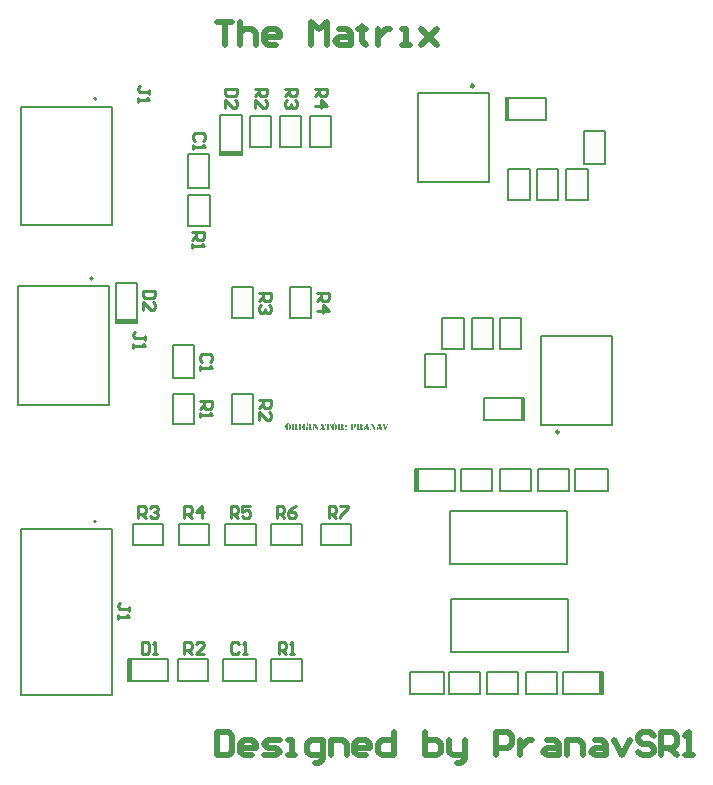
<source format=gto>
G04*
G04 #@! TF.GenerationSoftware,Altium Limited,Altium Designer,20.1.8 (145)*
G04*
G04 Layer_Color=65535*
%FSLAX25Y25*%
%MOIN*%
G70*
G04*
G04 #@! TF.SameCoordinates,DC3DFF13-D98B-404C-8633-9541E25296ED*
G04*
G04*
G04 #@! TF.FilePolarity,Positive*
G04*
G01*
G75*
%ADD37C,0.01968*%
%ADD38C,0.00787*%
%ADD39R,0.01181X0.07480*%
%ADD40C,0.00500*%
%ADD41C,0.00866*%
%ADD42R,0.07480X0.01181*%
%ADD43C,0.00984*%
G36*
X121263Y116466D02*
X121282Y116459D01*
X121300Y116445D01*
X121303Y116441D01*
X121311Y116426D01*
X121318Y116397D01*
X121322Y116361D01*
Y115731D01*
Y115727D01*
Y115713D01*
X121318Y115691D01*
X121311Y115669D01*
X121300Y115647D01*
X121282Y115626D01*
X121260Y115611D01*
X121231Y115607D01*
X121223D01*
X121205Y115611D01*
X121183Y115618D01*
X121161Y115629D01*
X121158Y115633D01*
X121147Y115651D01*
X121143Y115662D01*
X121136Y115680D01*
X121129Y115698D01*
X121121Y115724D01*
Y115727D01*
X121118Y115738D01*
X121110Y115760D01*
X121099Y115786D01*
X121089Y115815D01*
X121074Y115851D01*
X121052Y115891D01*
X121030Y115935D01*
X121027Y115942D01*
X121019Y115957D01*
X121009Y115979D01*
X120994Y116004D01*
X120954Y116070D01*
X120932Y116099D01*
X120910Y116128D01*
X120907Y116131D01*
X120899Y116142D01*
X120885Y116157D01*
X120867Y116172D01*
X120845Y116193D01*
X120819Y116212D01*
X120790Y116230D01*
X120761Y116244D01*
X120757Y116248D01*
X120747Y116252D01*
X120728Y116259D01*
X120703Y116266D01*
X120674Y116273D01*
X120641Y116281D01*
X120601Y116288D01*
X120557Y116292D01*
Y116466D01*
X120568D01*
X120583Y116463D01*
X120601D01*
X120623Y116459D01*
X120648Y116455D01*
X120710Y116445D01*
X120779Y116430D01*
X120852Y116416D01*
X120921Y116394D01*
X120990Y116368D01*
X120994D01*
X120998Y116365D01*
X121019Y116357D01*
X121045Y116350D01*
X121067Y116346D01*
X121081D01*
X121096Y116350D01*
X121107Y116357D01*
X121110Y116361D01*
X121121Y116372D01*
X121136Y116390D01*
X121151Y116408D01*
X121165Y116426D01*
Y116430D01*
X121169Y116434D01*
X121187Y116448D01*
X121209Y116463D01*
X121223Y116470D01*
X121245D01*
X121263Y116466D01*
D02*
G37*
G36*
X129006Y115760D02*
Y115753D01*
X129002Y115735D01*
X128995Y115713D01*
X128977Y115688D01*
X128973Y115684D01*
X128958Y115673D01*
X128937Y115662D01*
X128907Y115658D01*
X128900D01*
X128885Y115662D01*
X128860Y115669D01*
X128838Y115684D01*
X128834Y115688D01*
X128824Y115702D01*
X128813Y115724D01*
X128805Y115757D01*
X128791Y115855D01*
Y115862D01*
X128787Y115880D01*
X128780Y115910D01*
X128769Y115946D01*
X128758Y115986D01*
X128740Y116030D01*
X128722Y116073D01*
X128696Y116117D01*
X128693Y116121D01*
X128689Y116128D01*
X128678Y116142D01*
X128667Y116157D01*
X128627Y116193D01*
X128580Y116230D01*
Y116426D01*
X129006D01*
Y115760D01*
D02*
G37*
G36*
X127593Y116230D02*
X127590Y116226D01*
X127582Y116223D01*
X127568Y116212D01*
X127550Y116201D01*
X127510Y116164D01*
X127473Y116117D01*
X127470Y116113D01*
X127462Y116099D01*
X127451Y116073D01*
X127437Y116044D01*
X127419Y116004D01*
X127404Y115961D01*
X127390Y115910D01*
X127378Y115855D01*
X127364Y115757D01*
Y115753D01*
Y115749D01*
X127357Y115731D01*
X127346Y115706D01*
X127328Y115684D01*
X127324Y115680D01*
X127309Y115673D01*
X127288Y115662D01*
X127262Y115658D01*
X127255D01*
X127237Y115662D01*
X127215Y115669D01*
X127193Y115688D01*
X127189Y115691D01*
X127182Y115709D01*
X127171Y115731D01*
X127167Y115760D01*
Y116426D01*
X127593D01*
Y116230D01*
D02*
G37*
G36*
X134076Y115858D02*
X134105Y115851D01*
X134142Y115840D01*
X134178Y115822D01*
X134214Y115800D01*
X134251Y115768D01*
X134255Y115764D01*
X134265Y115753D01*
X134280Y115731D01*
X134298Y115706D01*
X134316Y115673D01*
X134331Y115637D01*
X134342Y115593D01*
X134345Y115545D01*
Y115538D01*
Y115524D01*
X134342Y115498D01*
X134335Y115469D01*
X134324Y115433D01*
X134306Y115396D01*
X134284Y115360D01*
X134251Y115323D01*
X134247Y115320D01*
X134236Y115309D01*
X134214Y115294D01*
X134189Y115280D01*
X134156Y115262D01*
X134120Y115247D01*
X134076Y115236D01*
X134029Y115233D01*
X134007D01*
X133982Y115236D01*
X133952Y115243D01*
X133916Y115254D01*
X133880Y115272D01*
X133843Y115294D01*
X133807Y115323D01*
X133803Y115327D01*
X133792Y115342D01*
X133778Y115360D01*
X133763Y115385D01*
X133745Y115418D01*
X133730Y115454D01*
X133719Y115498D01*
X133716Y115545D01*
Y115553D01*
Y115567D01*
X133719Y115593D01*
X133727Y115622D01*
X133738Y115658D01*
X133756Y115695D01*
X133778Y115731D01*
X133807Y115768D01*
X133810Y115771D01*
X133825Y115782D01*
X133843Y115797D01*
X133869Y115815D01*
X133901Y115833D01*
X133938Y115848D01*
X133982Y115858D01*
X134029Y115862D01*
X134051D01*
X134076Y115858D01*
D02*
G37*
G36*
X143944Y116423D02*
X143981Y116416D01*
X143999Y116408D01*
X144010Y116397D01*
X144013Y116394D01*
X144024Y116379D01*
X144035Y116361D01*
X144039Y116335D01*
Y116332D01*
X144035Y116317D01*
X144032Y116299D01*
X144021Y116284D01*
X144017Y116281D01*
X144006Y116273D01*
X143984Y116259D01*
X143966Y116252D01*
X143948Y116241D01*
X143944Y116237D01*
X143933Y116234D01*
X143919Y116223D01*
X143901Y116208D01*
X143879Y116190D01*
X143857Y116164D01*
X143835Y116139D01*
X143817Y116106D01*
Y116102D01*
X143813Y116095D01*
X143809Y116081D01*
X143802Y116059D01*
X143799Y116033D01*
X143791Y116000D01*
X143788Y115964D01*
Y115924D01*
Y115189D01*
X143617Y115476D01*
Y115924D01*
Y115931D01*
Y115946D01*
X143613Y115971D01*
Y116000D01*
X143598Y116070D01*
X143591Y116102D01*
X143577Y116131D01*
Y116135D01*
X143569Y116142D01*
X143558Y116157D01*
X143544Y116175D01*
X143526Y116193D01*
X143500Y116215D01*
X143471Y116237D01*
X143435Y116259D01*
X143431Y116263D01*
X143416Y116270D01*
X143402Y116281D01*
X143387Y116292D01*
Y116295D01*
X143384Y116306D01*
X143380Y116321D01*
X143376Y116339D01*
Y116343D01*
Y116346D01*
X143380Y116365D01*
X143387Y116386D01*
X143402Y116404D01*
X143409Y116408D01*
X143424Y116416D01*
X143453Y116423D01*
X143497Y116426D01*
X143930D01*
X143944Y116423D01*
D02*
G37*
G36*
X124889D02*
X124925Y116416D01*
X124943Y116408D01*
X124954Y116397D01*
X124958Y116394D01*
X124969Y116379D01*
X124980Y116361D01*
X124983Y116335D01*
Y116332D01*
X124980Y116317D01*
X124976Y116299D01*
X124965Y116284D01*
X124962Y116281D01*
X124951Y116273D01*
X124929Y116259D01*
X124911Y116252D01*
X124892Y116241D01*
X124889Y116237D01*
X124878Y116234D01*
X124863Y116223D01*
X124845Y116208D01*
X124823Y116190D01*
X124801Y116164D01*
X124780Y116139D01*
X124761Y116106D01*
Y116102D01*
X124758Y116095D01*
X124754Y116081D01*
X124747Y116059D01*
X124743Y116033D01*
X124736Y116000D01*
X124732Y115964D01*
Y115924D01*
Y115189D01*
X124561Y115476D01*
Y115924D01*
Y115931D01*
Y115946D01*
X124557Y115971D01*
Y116000D01*
X124543Y116070D01*
X124536Y116102D01*
X124521Y116131D01*
Y116135D01*
X124514Y116142D01*
X124503Y116157D01*
X124488Y116175D01*
X124470Y116193D01*
X124445Y116215D01*
X124416Y116237D01*
X124379Y116259D01*
X124375Y116263D01*
X124361Y116270D01*
X124346Y116281D01*
X124332Y116292D01*
Y116295D01*
X124328Y116306D01*
X124325Y116321D01*
X124321Y116339D01*
Y116343D01*
Y116346D01*
X124325Y116365D01*
X124332Y116386D01*
X124346Y116404D01*
X124354Y116408D01*
X124368Y116416D01*
X124397Y116423D01*
X124441Y116426D01*
X124874D01*
X124889Y116423D01*
D02*
G37*
G36*
X136628D02*
X136657D01*
X136730Y116419D01*
X136810Y116412D01*
X136893Y116397D01*
X136970Y116383D01*
X137003Y116372D01*
X137036Y116361D01*
X137039D01*
X137043Y116357D01*
X137065Y116346D01*
X137097Y116332D01*
X137141Y116306D01*
X137188Y116273D01*
X137236Y116237D01*
X137283Y116190D01*
X137327Y116139D01*
X137330Y116131D01*
X137345Y116113D01*
X137363Y116077D01*
X137381Y116033D01*
X137403Y115979D01*
X137418Y115913D01*
X137432Y115840D01*
X137436Y115760D01*
Y115757D01*
Y115749D01*
Y115735D01*
Y115720D01*
X137432Y115698D01*
X137429Y115673D01*
X137421Y115618D01*
X137407Y115553D01*
X137389Y115484D01*
X137359Y115415D01*
X137323Y115353D01*
X137319Y115345D01*
X137305Y115327D01*
X137279Y115298D01*
X137243Y115265D01*
X137199Y115229D01*
X137148Y115189D01*
X137086Y115152D01*
X137017Y115120D01*
X137010Y115116D01*
X136999D01*
X136988Y115112D01*
X136970Y115105D01*
X136948Y115101D01*
X136926Y115098D01*
X136897Y115091D01*
X136832Y115080D01*
X136751Y115072D01*
X136657Y115065D01*
X136548Y115061D01*
Y115236D01*
X136551D01*
X136559Y115240D01*
X136570Y115243D01*
X136584Y115247D01*
X136617Y115258D01*
X136631Y115262D01*
X136642Y115269D01*
X136646Y115272D01*
X136661Y115283D01*
X136675Y115298D01*
X136693Y115323D01*
Y115327D01*
X136701Y115334D01*
X136704Y115349D01*
X136712Y115367D01*
X136719Y115393D01*
X136722Y115422D01*
X136730Y115454D01*
Y115495D01*
Y116011D01*
Y116015D01*
Y116022D01*
Y116037D01*
Y116055D01*
X136722Y116092D01*
X136719Y116110D01*
X136715Y116124D01*
X136712Y116131D01*
X136704Y116146D01*
X136693Y116168D01*
X136671Y116193D01*
X136668Y116197D01*
X136664Y116201D01*
X136653Y116208D01*
X136639Y116215D01*
X136620Y116226D01*
X136599Y116234D01*
X136544Y116248D01*
Y116426D01*
X136599D01*
X136628Y116423D01*
D02*
G37*
G36*
X148072Y116419D02*
X148087Y116416D01*
X148097Y116412D01*
X148101D01*
X148105Y116408D01*
X148119Y116394D01*
X148130Y116372D01*
X148137Y116357D01*
Y116339D01*
Y116335D01*
Y116321D01*
X148130Y116306D01*
X148123Y116292D01*
X148119Y116288D01*
X148112Y116281D01*
X148101Y116270D01*
X148079Y116259D01*
X147995Y116219D01*
X147992D01*
X147988Y116215D01*
X147963Y116201D01*
X147948Y116186D01*
X147934Y116172D01*
X147915Y116150D01*
X147897Y116124D01*
X147894Y116121D01*
X147890Y116113D01*
X147879Y116095D01*
X147872Y116077D01*
X147857Y116051D01*
X147846Y116026D01*
X147821Y115961D01*
X147562Y115014D01*
X147475Y115316D01*
X147661Y116000D01*
Y116004D01*
X147664Y116011D01*
X147672Y116033D01*
X147679Y116059D01*
Y116070D01*
X147682Y116077D01*
Y116084D01*
X147679Y116102D01*
X147675Y116128D01*
X147664Y116157D01*
Y116161D01*
X147661Y116168D01*
X147646Y116190D01*
X147621Y116215D01*
X147602Y116226D01*
X147584Y116234D01*
X147530Y116252D01*
X147526D01*
X147519Y116255D01*
X147501Y116270D01*
X147479Y116295D01*
X147471Y116314D01*
X147468Y116335D01*
Y116339D01*
Y116343D01*
X147471Y116361D01*
X147482Y116383D01*
X147501Y116401D01*
X147508Y116404D01*
X147526Y116416D01*
X147559Y116423D01*
X147602Y116426D01*
X148039D01*
X148072Y116419D01*
D02*
G37*
G36*
X147155Y116423D02*
X147169D01*
X147180Y116419D01*
X147209Y116408D01*
X147213Y116404D01*
X147217Y116401D01*
X147228Y116390D01*
X147235Y116375D01*
X147238Y116372D01*
X147242Y116361D01*
X147246Y116350D01*
X147249Y116335D01*
Y116332D01*
Y116324D01*
X147242Y116303D01*
X147235Y116288D01*
X147224Y116273D01*
X147209Y116259D01*
X147191Y116248D01*
X147184Y116244D01*
X147169Y116237D01*
X147151Y116223D01*
X147136Y116208D01*
X147133Y116204D01*
X147129Y116193D01*
X147125Y116172D01*
X147122Y116146D01*
Y116142D01*
Y116128D01*
Y116113D01*
X147125Y116099D01*
X147501Y114781D01*
X147344Y114217D01*
X146918D01*
X146343Y116150D01*
Y116153D01*
Y116157D01*
X146336Y116175D01*
X146328Y116193D01*
X146318Y116208D01*
X146314Y116212D01*
X146310Y116215D01*
X146299Y116226D01*
X146285Y116234D01*
X146281D01*
X146277Y116237D01*
X146256Y116248D01*
X146234Y116259D01*
X146223Y116266D01*
X146216Y116273D01*
X146212Y116277D01*
X146208Y116288D01*
X146205Y116303D01*
X146201Y116328D01*
Y116332D01*
Y116335D01*
X146208Y116357D01*
X146219Y116379D01*
X146230Y116394D01*
X146245Y116404D01*
X146252Y116408D01*
X146270Y116416D01*
X146285Y116419D01*
X146303Y116423D01*
X146328Y116426D01*
X147144D01*
X147155Y116423D01*
D02*
G37*
G36*
X145986Y114523D02*
Y114519D01*
X145990Y114515D01*
X145997Y114494D01*
X146004Y114464D01*
X146015Y114435D01*
X146019Y114432D01*
X146030Y114417D01*
X146048Y114399D01*
X146081Y114384D01*
X146084D01*
X146088Y114381D01*
X146106Y114373D01*
X146124Y114363D01*
X146139Y114348D01*
X146143Y114344D01*
X146150Y114337D01*
X146154Y114319D01*
X146157Y114301D01*
Y114297D01*
X146154Y114286D01*
X146150Y114275D01*
X146143Y114261D01*
X146124Y114242D01*
X146103Y114232D01*
X146074Y114221D01*
X146030Y114217D01*
X145215D01*
X145196Y114221D01*
X145171Y114228D01*
X145145Y114239D01*
X145142Y114242D01*
X145131Y114253D01*
X145120Y114275D01*
X145116Y114301D01*
Y114308D01*
Y114319D01*
X145120Y114333D01*
X145127Y114348D01*
X145131Y114352D01*
X145142Y114359D01*
X145156Y114373D01*
X145185Y114392D01*
X145193Y114395D01*
X145204Y114402D01*
X145218Y114413D01*
X145233Y114424D01*
X145236Y114428D01*
X145240Y114439D01*
X145244Y114453D01*
X145247Y114475D01*
Y114479D01*
Y114490D01*
X145244Y114505D01*
X145240Y114523D01*
X145189Y114759D01*
X144734D01*
X144778Y114952D01*
X145142D01*
X144843Y116266D01*
X144883Y116426D01*
X145538D01*
X145986Y114523D01*
D02*
G37*
G36*
X144854Y115676D02*
X144570Y114632D01*
Y114628D01*
Y114625D01*
X144567Y114606D01*
X144563Y114577D01*
X144559Y114548D01*
Y114544D01*
Y114530D01*
X144563Y114515D01*
X144570Y114494D01*
X144581Y114468D01*
X144599Y114443D01*
X144621Y114421D01*
X144654Y114402D01*
X144709Y114377D01*
X144712D01*
X144716Y114373D01*
X144738Y114359D01*
X144756Y114333D01*
X144760Y114315D01*
X144763Y114297D01*
Y114293D01*
Y114286D01*
X144756Y114271D01*
X144749Y114257D01*
X144734Y114242D01*
X144712Y114228D01*
X144683Y114221D01*
X144643Y114217D01*
X144221D01*
X144199Y114221D01*
X144166Y114228D01*
X144137Y114239D01*
X144133Y114242D01*
X144123Y114257D01*
X144108Y114279D01*
X144104Y114308D01*
Y114312D01*
Y114315D01*
X144112Y114337D01*
X144123Y114348D01*
X144133Y114363D01*
X144152Y114377D01*
X144174Y114388D01*
X144177D01*
X144184Y114392D01*
X144195Y114399D01*
X144210Y114406D01*
X144243Y114421D01*
X144272Y114439D01*
X144279Y114443D01*
X144294Y114457D01*
X144312Y114479D01*
X144334Y114505D01*
X144337Y114508D01*
X144341Y114515D01*
X144348Y114530D01*
X144359Y114552D01*
X144370Y114577D01*
X144385Y114606D01*
X144396Y114639D01*
X144406Y114679D01*
X144774Y116011D01*
X144854Y115676D01*
D02*
G37*
G36*
X143788Y114930D02*
Y114217D01*
X143344D01*
X142244Y116110D01*
Y116113D01*
X142237Y116121D01*
X142222Y116142D01*
X142204Y116172D01*
X142193Y116182D01*
X142186Y116193D01*
X142182Y116197D01*
X142172Y116208D01*
X142153Y116219D01*
X142128Y116230D01*
X142066Y116252D01*
X142062Y116255D01*
X142055Y116259D01*
X142030Y116281D01*
X142026Y116284D01*
X142022Y116295D01*
X142019Y116310D01*
X142015Y116328D01*
Y116332D01*
X142019Y116346D01*
X142022Y116361D01*
X142030Y116379D01*
X142033Y116383D01*
X142041Y116394D01*
X142051Y116404D01*
X142066Y116412D01*
X142073Y116416D01*
X142080D01*
X142095Y116419D01*
X142117Y116423D01*
X142142D01*
X142175Y116426D01*
X142925D01*
X143788Y114930D01*
D02*
G37*
G36*
X142419Y115571D02*
Y114705D01*
Y114701D01*
Y114687D01*
X142423Y114665D01*
Y114639D01*
X142434Y114577D01*
X142445Y114548D01*
X142455Y114519D01*
X142459Y114515D01*
X142463Y114508D01*
X142474Y114494D01*
X142484Y114475D01*
X142503Y114457D01*
X142525Y114439D01*
X142546Y114417D01*
X142576Y114399D01*
X142627Y114370D01*
X142630D01*
X142634Y114366D01*
X142648Y114352D01*
X142663Y114330D01*
X142670Y114315D01*
Y114297D01*
Y114290D01*
X142667Y114275D01*
X142656Y114257D01*
X142637Y114235D01*
X142634Y114232D01*
X142627Y114228D01*
X142616D01*
X142601Y114224D01*
X142579Y114221D01*
X142557Y114217D01*
X142135D01*
X142110Y114221D01*
X142084Y114228D01*
X142059Y114239D01*
X142033Y114253D01*
X142019Y114271D01*
X142011Y114301D01*
Y114304D01*
X142015Y114319D01*
X142019Y114330D01*
X142026Y114344D01*
X142030Y114348D01*
X142041Y114359D01*
X142059Y114373D01*
X142091Y114392D01*
X142095D01*
X142099Y114395D01*
X142117Y114410D01*
X142142Y114432D01*
X142172Y114464D01*
X142197Y114508D01*
X142222Y114559D01*
X142241Y114628D01*
X142248Y114665D01*
Y114705D01*
Y115855D01*
X142419Y115571D01*
D02*
G37*
G36*
X141706Y114523D02*
Y114519D01*
X141709Y114515D01*
X141717Y114494D01*
X141724Y114464D01*
X141735Y114435D01*
X141738Y114432D01*
X141749Y114417D01*
X141768Y114399D01*
X141800Y114384D01*
X141804D01*
X141807Y114381D01*
X141826Y114373D01*
X141844Y114363D01*
X141858Y114348D01*
X141862Y114344D01*
X141869Y114337D01*
X141873Y114319D01*
X141877Y114301D01*
Y114297D01*
X141873Y114286D01*
X141869Y114275D01*
X141862Y114261D01*
X141844Y114242D01*
X141822Y114232D01*
X141793Y114221D01*
X141749Y114217D01*
X140934D01*
X140916Y114221D01*
X140890Y114228D01*
X140865Y114239D01*
X140861Y114242D01*
X140850Y114253D01*
X140839Y114275D01*
X140836Y114301D01*
Y114308D01*
Y114319D01*
X140839Y114333D01*
X140847Y114348D01*
X140850Y114352D01*
X140861Y114359D01*
X140876Y114373D01*
X140905Y114392D01*
X140912Y114395D01*
X140923Y114402D01*
X140938Y114413D01*
X140952Y114424D01*
X140956Y114428D01*
X140959Y114439D01*
X140963Y114453D01*
X140967Y114475D01*
Y114479D01*
Y114490D01*
X140963Y114505D01*
X140959Y114523D01*
X140908Y114759D01*
X140453D01*
X140497Y114952D01*
X140861D01*
X140563Y116266D01*
X140603Y116426D01*
X141258D01*
X141706Y114523D01*
D02*
G37*
G36*
X140574Y115676D02*
X140290Y114632D01*
Y114628D01*
Y114625D01*
X140286Y114606D01*
X140282Y114577D01*
X140279Y114548D01*
Y114544D01*
Y114530D01*
X140282Y114515D01*
X140290Y114494D01*
X140301Y114468D01*
X140319Y114443D01*
X140341Y114421D01*
X140373Y114402D01*
X140428Y114377D01*
X140432D01*
X140435Y114373D01*
X140457Y114359D01*
X140475Y114333D01*
X140479Y114315D01*
X140482Y114297D01*
Y114293D01*
Y114286D01*
X140475Y114271D01*
X140468Y114257D01*
X140453Y114242D01*
X140432Y114228D01*
X140402Y114221D01*
X140362Y114217D01*
X139940D01*
X139918Y114221D01*
X139886Y114228D01*
X139857Y114239D01*
X139853Y114242D01*
X139842Y114257D01*
X139827Y114279D01*
X139824Y114308D01*
Y114312D01*
Y114315D01*
X139831Y114337D01*
X139842Y114348D01*
X139853Y114363D01*
X139871Y114377D01*
X139893Y114388D01*
X139897D01*
X139904Y114392D01*
X139915Y114399D01*
X139929Y114406D01*
X139962Y114421D01*
X139991Y114439D01*
X139998Y114443D01*
X140013Y114457D01*
X140031Y114479D01*
X140053Y114505D01*
X140057Y114508D01*
X140060Y114515D01*
X140068Y114530D01*
X140078Y114552D01*
X140089Y114577D01*
X140104Y114606D01*
X140115Y114639D01*
X140126Y114679D01*
X140494Y116011D01*
X140574Y115676D01*
D02*
G37*
G36*
X138524Y114523D02*
Y114519D01*
Y114512D01*
X138528Y114490D01*
X138535Y114457D01*
X138546Y114432D01*
X138550Y114428D01*
X138553Y114424D01*
X138572Y114410D01*
X138575D01*
X138586Y114406D01*
X138593Y114402D01*
X138608D01*
X138622Y114395D01*
X138644Y114392D01*
X138648D01*
X138655Y114388D01*
X138670Y114381D01*
X138684Y114373D01*
X138699Y114363D01*
X138714Y114348D01*
X138721Y114330D01*
X138724Y114304D01*
Y114297D01*
X138721Y114279D01*
X138706Y114257D01*
X138695Y114246D01*
X138681Y114235D01*
X138673Y114232D01*
X138659Y114228D01*
X138644Y114224D01*
X138626Y114221D01*
X138604Y114217D01*
X137749D01*
X137723Y114221D01*
X137698Y114228D01*
X137669Y114239D01*
X137665Y114242D01*
X137654Y114253D01*
X137643Y114275D01*
X137640Y114301D01*
Y114304D01*
Y114312D01*
X137647Y114337D01*
X137654Y114352D01*
X137665Y114366D01*
X137680Y114377D01*
X137702Y114388D01*
X137705D01*
X137709Y114392D01*
X137731Y114399D01*
X137752Y114406D01*
X137760D01*
X137764Y114410D01*
X137767D01*
X137771Y114413D01*
X137774Y114421D01*
X137782Y114428D01*
X137785Y114432D01*
X137793Y114446D01*
X137800Y114472D01*
X137803Y114508D01*
Y116131D01*
Y116135D01*
Y116139D01*
X137800Y116161D01*
X137796Y116190D01*
X137782Y116212D01*
Y116215D01*
X137778Y116219D01*
X137771Y116226D01*
X137764Y116230D01*
X137760D01*
X137752Y116234D01*
X137734Y116241D01*
X137720Y116244D01*
X137702Y116252D01*
X137698D01*
X137691Y116255D01*
X137672Y116270D01*
X137651Y116299D01*
X137643Y116317D01*
X137640Y116339D01*
Y116343D01*
Y116346D01*
X137643Y116361D01*
X137651Y116383D01*
X137669Y116401D01*
X137676Y116404D01*
X137691Y116416D01*
X137720Y116423D01*
X137756Y116426D01*
X138524D01*
Y114523D01*
D02*
G37*
G36*
X136413D02*
Y114519D01*
Y114512D01*
X136417Y114490D01*
X136424Y114457D01*
X136435Y114432D01*
X136439Y114428D01*
X136442Y114424D01*
X136460Y114410D01*
X136464D01*
X136475Y114406D01*
X136482Y114402D01*
X136497D01*
X136511Y114395D01*
X136533Y114392D01*
X136537D01*
X136544Y114388D01*
X136559Y114381D01*
X136573Y114373D01*
X136588Y114363D01*
X136602Y114348D01*
X136610Y114330D01*
X136613Y114304D01*
Y114297D01*
X136610Y114279D01*
X136595Y114257D01*
X136584Y114246D01*
X136570Y114235D01*
X136562Y114232D01*
X136548Y114228D01*
X136533Y114224D01*
X136515Y114221D01*
X136493Y114217D01*
X135638D01*
X135612Y114221D01*
X135587Y114228D01*
X135558Y114239D01*
X135554Y114242D01*
X135543Y114253D01*
X135532Y114275D01*
X135529Y114301D01*
Y114304D01*
Y114312D01*
X135536Y114337D01*
X135543Y114352D01*
X135554Y114366D01*
X135569Y114377D01*
X135590Y114388D01*
X135594D01*
X135598Y114392D01*
X135619Y114399D01*
X135641Y114406D01*
X135649D01*
X135652Y114410D01*
X135656D01*
X135660Y114413D01*
X135663Y114421D01*
X135670Y114428D01*
X135674Y114432D01*
X135681Y114446D01*
X135689Y114472D01*
X135692Y114508D01*
Y116131D01*
Y116135D01*
Y116139D01*
X135689Y116161D01*
X135685Y116190D01*
X135670Y116212D01*
Y116215D01*
X135667Y116219D01*
X135660Y116226D01*
X135652Y116230D01*
X135649D01*
X135641Y116234D01*
X135623Y116241D01*
X135609Y116244D01*
X135590Y116252D01*
X135587D01*
X135580Y116255D01*
X135561Y116270D01*
X135539Y116299D01*
X135532Y116317D01*
X135529Y116339D01*
Y116343D01*
Y116346D01*
X135532Y116361D01*
X135539Y116383D01*
X135558Y116401D01*
X135565Y116404D01*
X135580Y116416D01*
X135609Y116423D01*
X135645Y116426D01*
X136413D01*
Y114523D01*
D02*
G37*
G36*
X132194D02*
Y114519D01*
Y114512D01*
X132198Y114490D01*
X132205Y114457D01*
X132216Y114432D01*
X132220Y114428D01*
X132223Y114424D01*
X132242Y114410D01*
X132245D01*
X132256Y114406D01*
X132263Y114402D01*
X132278D01*
X132293Y114395D01*
X132314Y114392D01*
X132318D01*
X132325Y114388D01*
X132340Y114381D01*
X132354Y114373D01*
X132369Y114363D01*
X132384Y114348D01*
X132391Y114330D01*
X132395Y114304D01*
Y114297D01*
X132391Y114279D01*
X132376Y114257D01*
X132365Y114246D01*
X132351Y114235D01*
X132343Y114232D01*
X132329Y114228D01*
X132314Y114224D01*
X132296Y114221D01*
X132274Y114217D01*
X131419D01*
X131394Y114221D01*
X131368Y114228D01*
X131339Y114239D01*
X131335Y114242D01*
X131324Y114253D01*
X131313Y114275D01*
X131310Y114301D01*
Y114304D01*
Y114312D01*
X131317Y114337D01*
X131324Y114352D01*
X131335Y114366D01*
X131350Y114377D01*
X131372Y114388D01*
X131375D01*
X131379Y114392D01*
X131401Y114399D01*
X131423Y114406D01*
X131430D01*
X131433Y114410D01*
X131437D01*
X131441Y114413D01*
X131444Y114421D01*
X131452Y114428D01*
X131455Y114432D01*
X131463Y114446D01*
X131470Y114472D01*
X131474Y114508D01*
Y116131D01*
Y116135D01*
Y116139D01*
X131470Y116161D01*
X131466Y116190D01*
X131452Y116212D01*
Y116215D01*
X131448Y116219D01*
X131441Y116226D01*
X131433Y116230D01*
X131430D01*
X131423Y116234D01*
X131404Y116241D01*
X131390Y116244D01*
X131372Y116252D01*
X131368D01*
X131361Y116255D01*
X131342Y116270D01*
X131321Y116299D01*
X131313Y116317D01*
X131310Y116339D01*
Y116343D01*
Y116346D01*
X131313Y116361D01*
X131321Y116383D01*
X131339Y116401D01*
X131346Y116404D01*
X131361Y116416D01*
X131390Y116423D01*
X131426Y116426D01*
X132194D01*
Y114523D01*
D02*
G37*
G36*
X128445D02*
Y114519D01*
Y114512D01*
X128449Y114490D01*
X128456Y114457D01*
X128467Y114432D01*
X128471Y114428D01*
X128474Y114424D01*
X128492Y114410D01*
X128496D01*
X128507Y114406D01*
X128514Y114402D01*
X128529D01*
X128543Y114395D01*
X128565Y114392D01*
X128569D01*
X128576Y114388D01*
X128591Y114381D01*
X128605Y114373D01*
X128620Y114363D01*
X128634Y114348D01*
X128642Y114330D01*
X128645Y114304D01*
Y114297D01*
X128642Y114279D01*
X128627Y114257D01*
X128616Y114246D01*
X128602Y114235D01*
X128594Y114232D01*
X128580Y114228D01*
X128565Y114224D01*
X128547Y114221D01*
X128525Y114217D01*
X127641D01*
X127626Y114221D01*
X127593Y114228D01*
X127560Y114239D01*
X127553Y114242D01*
X127542Y114257D01*
X127531Y114275D01*
X127524Y114304D01*
Y114308D01*
Y114315D01*
X127528Y114326D01*
X127535Y114341D01*
X127542Y114355D01*
X127557Y114370D01*
X127575Y114384D01*
X127601Y114392D01*
X127604D01*
X127611Y114395D01*
X127633Y114399D01*
X127659Y114406D01*
X127666Y114410D01*
X127677D01*
X127681Y114417D01*
X127699Y114432D01*
X127702Y114439D01*
X127713Y114453D01*
X127721Y114483D01*
X127724Y114523D01*
Y116426D01*
X128445D01*
Y114523D01*
D02*
G37*
G36*
X126931D02*
Y114519D01*
X126935Y114515D01*
X126942Y114494D01*
X126949Y114464D01*
X126960Y114435D01*
X126964Y114432D01*
X126974Y114417D01*
X126993Y114399D01*
X127025Y114384D01*
X127029D01*
X127033Y114381D01*
X127051Y114373D01*
X127069Y114363D01*
X127084Y114348D01*
X127087Y114344D01*
X127095Y114337D01*
X127098Y114319D01*
X127102Y114301D01*
Y114297D01*
X127098Y114286D01*
X127095Y114275D01*
X127087Y114261D01*
X127069Y114242D01*
X127047Y114232D01*
X127018Y114221D01*
X126974Y114217D01*
X126159D01*
X126141Y114221D01*
X126116Y114228D01*
X126090Y114239D01*
X126086Y114242D01*
X126075Y114253D01*
X126065Y114275D01*
X126061Y114301D01*
Y114308D01*
Y114319D01*
X126065Y114333D01*
X126072Y114348D01*
X126075Y114352D01*
X126086Y114359D01*
X126101Y114373D01*
X126130Y114392D01*
X126137Y114395D01*
X126148Y114402D01*
X126163Y114413D01*
X126177Y114424D01*
X126181Y114428D01*
X126185Y114439D01*
X126188Y114453D01*
X126192Y114475D01*
Y114479D01*
Y114490D01*
X126188Y114505D01*
X126185Y114523D01*
X126134Y114759D01*
X125679D01*
X125722Y114952D01*
X126086D01*
X125788Y116266D01*
X125828Y116426D01*
X126483D01*
X126931Y114523D01*
D02*
G37*
G36*
X125799Y115676D02*
X125515Y114632D01*
Y114628D01*
Y114625D01*
X125511Y114606D01*
X125508Y114577D01*
X125504Y114548D01*
Y114544D01*
Y114530D01*
X125508Y114515D01*
X125515Y114494D01*
X125526Y114468D01*
X125544Y114443D01*
X125566Y114421D01*
X125599Y114402D01*
X125653Y114377D01*
X125657D01*
X125661Y114373D01*
X125682Y114359D01*
X125700Y114333D01*
X125704Y114315D01*
X125708Y114297D01*
Y114293D01*
Y114286D01*
X125700Y114271D01*
X125693Y114257D01*
X125679Y114242D01*
X125657Y114228D01*
X125628Y114221D01*
X125588Y114217D01*
X125165D01*
X125144Y114221D01*
X125111Y114228D01*
X125082Y114239D01*
X125078Y114242D01*
X125067Y114257D01*
X125053Y114279D01*
X125049Y114308D01*
Y114312D01*
Y114315D01*
X125056Y114337D01*
X125067Y114348D01*
X125078Y114363D01*
X125096Y114377D01*
X125118Y114388D01*
X125122D01*
X125129Y114392D01*
X125140Y114399D01*
X125154Y114406D01*
X125187Y114421D01*
X125216Y114439D01*
X125224Y114443D01*
X125238Y114457D01*
X125256Y114479D01*
X125278Y114505D01*
X125282Y114508D01*
X125285Y114515D01*
X125293Y114530D01*
X125304Y114552D01*
X125315Y114577D01*
X125329Y114606D01*
X125340Y114639D01*
X125351Y114679D01*
X125719Y116011D01*
X125799Y115676D01*
D02*
G37*
G36*
X124732Y114930D02*
Y114217D01*
X124288D01*
X123189Y116110D01*
Y116113D01*
X123182Y116121D01*
X123167Y116142D01*
X123149Y116172D01*
X123138Y116182D01*
X123131Y116193D01*
X123127Y116197D01*
X123116Y116208D01*
X123098Y116219D01*
X123072Y116230D01*
X123011Y116252D01*
X123007Y116255D01*
X123000Y116259D01*
X122974Y116281D01*
X122970Y116284D01*
X122967Y116295D01*
X122963Y116310D01*
X122960Y116328D01*
Y116332D01*
X122963Y116346D01*
X122967Y116361D01*
X122974Y116379D01*
X122978Y116383D01*
X122985Y116394D01*
X122996Y116404D01*
X123011Y116412D01*
X123018Y116416D01*
X123025D01*
X123040Y116419D01*
X123062Y116423D01*
X123087D01*
X123120Y116426D01*
X123870D01*
X124732Y114930D01*
D02*
G37*
G36*
X123364Y115571D02*
Y114705D01*
Y114701D01*
Y114687D01*
X123367Y114665D01*
Y114639D01*
X123378Y114577D01*
X123389Y114548D01*
X123400Y114519D01*
X123404Y114515D01*
X123407Y114508D01*
X123418Y114494D01*
X123429Y114475D01*
X123447Y114457D01*
X123469Y114439D01*
X123491Y114417D01*
X123520Y114399D01*
X123571Y114370D01*
X123575D01*
X123578Y114366D01*
X123593Y114352D01*
X123608Y114330D01*
X123615Y114315D01*
Y114297D01*
Y114290D01*
X123611Y114275D01*
X123600Y114257D01*
X123582Y114235D01*
X123578Y114232D01*
X123571Y114228D01*
X123560D01*
X123546Y114224D01*
X123524Y114221D01*
X123502Y114217D01*
X123080D01*
X123054Y114221D01*
X123029Y114228D01*
X123003Y114239D01*
X122978Y114253D01*
X122963Y114271D01*
X122956Y114301D01*
Y114304D01*
X122960Y114319D01*
X122963Y114330D01*
X122970Y114344D01*
X122974Y114348D01*
X122985Y114359D01*
X123003Y114373D01*
X123036Y114392D01*
X123040D01*
X123043Y114395D01*
X123062Y114410D01*
X123087Y114432D01*
X123116Y114464D01*
X123142Y114508D01*
X123167Y114559D01*
X123185Y114628D01*
X123193Y114665D01*
Y114705D01*
Y115855D01*
X123364Y115571D01*
D02*
G37*
G36*
X122603Y116423D02*
X122628Y116416D01*
X122658Y116401D01*
X122661Y116397D01*
X122676Y116386D01*
X122687Y116365D01*
X122690Y116339D01*
Y116335D01*
Y116328D01*
X122683Y116303D01*
X122676Y116288D01*
X122661Y116273D01*
X122647Y116263D01*
X122625Y116252D01*
X122621D01*
X122617Y116248D01*
X122596Y116241D01*
X122574Y116234D01*
X122566D01*
X122559Y116230D01*
X122555Y116226D01*
X122552Y116223D01*
X122545Y116212D01*
X122541Y116208D01*
X122537Y116193D01*
X122530Y116168D01*
X122526Y116131D01*
Y114508D01*
Y114505D01*
Y114501D01*
X122530Y114479D01*
X122534Y114450D01*
X122545Y114428D01*
Y114424D01*
X122548Y114421D01*
X122555Y114413D01*
X122559Y114410D01*
X122563D01*
X122570Y114406D01*
X122592Y114399D01*
X122607Y114395D01*
X122625Y114388D01*
X122628D01*
X122636Y114384D01*
X122658Y114370D01*
X122679Y114341D01*
X122687Y114322D01*
X122690Y114301D01*
Y114293D01*
X122687Y114279D01*
X122676Y114257D01*
X122658Y114239D01*
X122650Y114235D01*
X122636Y114228D01*
X122607Y114221D01*
X122570Y114217D01*
X121751D01*
X121726Y114221D01*
X121700Y114228D01*
X121671Y114239D01*
X121667Y114242D01*
X121657Y114253D01*
X121646Y114275D01*
X121642Y114301D01*
Y114304D01*
Y114312D01*
X121649Y114337D01*
X121657Y114352D01*
X121667Y114366D01*
X121682Y114377D01*
X121704Y114388D01*
X121707D01*
X121711Y114392D01*
X121733Y114399D01*
X121755Y114406D01*
X121762D01*
X121766Y114410D01*
X121769D01*
X121773Y114413D01*
X121777Y114421D01*
X121784Y114428D01*
X121788Y114432D01*
X121795Y114446D01*
X121802Y114472D01*
X121806Y114508D01*
Y116131D01*
Y116135D01*
Y116139D01*
X121802Y116161D01*
X121798Y116190D01*
X121784Y116212D01*
Y116215D01*
X121780Y116219D01*
X121773Y116226D01*
X121766Y116230D01*
X121762D01*
X121755Y116234D01*
X121737Y116241D01*
X121722Y116244D01*
X121704Y116252D01*
X121700D01*
X121693Y116255D01*
X121675Y116270D01*
X121653Y116299D01*
X121646Y116317D01*
X121642Y116339D01*
Y116343D01*
Y116346D01*
X121646Y116361D01*
X121653Y116383D01*
X121671Y116401D01*
X121678Y116404D01*
X121693Y116416D01*
X121722Y116423D01*
X121758Y116426D01*
X122581D01*
X122603Y116423D01*
D02*
G37*
G36*
X119232D02*
X119258Y116416D01*
X119287Y116401D01*
X119290Y116397D01*
X119305Y116386D01*
X119316Y116365D01*
X119320Y116339D01*
Y116335D01*
Y116328D01*
X119312Y116303D01*
X119305Y116288D01*
X119290Y116273D01*
X119276Y116263D01*
X119254Y116252D01*
X119250D01*
X119247Y116248D01*
X119225Y116241D01*
X119203Y116234D01*
X119196D01*
X119189Y116230D01*
X119185Y116226D01*
X119181Y116223D01*
X119174Y116212D01*
X119170Y116208D01*
X119167Y116193D01*
X119159Y116168D01*
X119156Y116131D01*
Y114508D01*
Y114505D01*
Y114501D01*
X119159Y114479D01*
X119163Y114450D01*
X119174Y114428D01*
Y114424D01*
X119178Y114421D01*
X119185Y114413D01*
X119189Y114410D01*
X119192D01*
X119200Y114406D01*
X119221Y114399D01*
X119236Y114395D01*
X119254Y114388D01*
X119258D01*
X119265Y114384D01*
X119287Y114370D01*
X119309Y114341D01*
X119316Y114322D01*
X119320Y114301D01*
Y114293D01*
X119316Y114279D01*
X119305Y114257D01*
X119287Y114239D01*
X119280Y114235D01*
X119265Y114228D01*
X119236Y114221D01*
X119200Y114217D01*
X118380D01*
X118355Y114221D01*
X118330Y114228D01*
X118300Y114239D01*
X118297Y114242D01*
X118286Y114253D01*
X118275Y114275D01*
X118271Y114301D01*
Y114304D01*
Y114312D01*
X118279Y114337D01*
X118286Y114352D01*
X118297Y114366D01*
X118311Y114377D01*
X118333Y114388D01*
X118337D01*
X118340Y114392D01*
X118362Y114399D01*
X118384Y114406D01*
X118391D01*
X118395Y114410D01*
X118399D01*
X118402Y114413D01*
X118406Y114421D01*
X118413Y114428D01*
X118417Y114432D01*
X118424Y114446D01*
X118431Y114472D01*
X118435Y114508D01*
Y116131D01*
Y116135D01*
Y116139D01*
X118431Y116161D01*
X118428Y116190D01*
X118413Y116212D01*
Y116215D01*
X118410Y116219D01*
X118402Y116226D01*
X118395Y116230D01*
X118391D01*
X118384Y116234D01*
X118366Y116241D01*
X118351Y116244D01*
X118333Y116252D01*
X118330D01*
X118322Y116255D01*
X118304Y116270D01*
X118282Y116299D01*
X118275Y116317D01*
X118271Y116339D01*
Y116343D01*
Y116346D01*
X118275Y116361D01*
X118282Y116383D01*
X118300Y116401D01*
X118308Y116404D01*
X118322Y116416D01*
X118351Y116423D01*
X118388Y116426D01*
X119210D01*
X119232Y116423D01*
D02*
G37*
G36*
X116837Y114523D02*
Y114519D01*
Y114512D01*
X116841Y114490D01*
X116848Y114457D01*
X116859Y114432D01*
X116863Y114428D01*
X116866Y114424D01*
X116884Y114410D01*
X116888D01*
X116899Y114406D01*
X116906Y114402D01*
X116921D01*
X116935Y114395D01*
X116957Y114392D01*
X116961D01*
X116968Y114388D01*
X116983Y114381D01*
X116997Y114373D01*
X117012Y114363D01*
X117026Y114348D01*
X117034Y114330D01*
X117037Y114304D01*
Y114297D01*
X117034Y114279D01*
X117019Y114257D01*
X117008Y114246D01*
X116994Y114235D01*
X116986Y114232D01*
X116972Y114228D01*
X116957Y114224D01*
X116939Y114221D01*
X116917Y114217D01*
X116062D01*
X116036Y114221D01*
X116011Y114228D01*
X115982Y114239D01*
X115978Y114242D01*
X115967Y114253D01*
X115956Y114275D01*
X115953Y114301D01*
Y114304D01*
Y114312D01*
X115960Y114337D01*
X115967Y114352D01*
X115978Y114366D01*
X115993Y114377D01*
X116015Y114388D01*
X116018D01*
X116022Y114392D01*
X116044Y114399D01*
X116065Y114406D01*
X116073D01*
X116076Y114410D01*
X116080D01*
X116084Y114413D01*
X116087Y114421D01*
X116095Y114428D01*
X116098Y114432D01*
X116105Y114446D01*
X116113Y114472D01*
X116116Y114508D01*
Y116131D01*
Y116135D01*
Y116139D01*
X116113Y116161D01*
X116109Y116190D01*
X116095Y116212D01*
Y116215D01*
X116091Y116219D01*
X116084Y116226D01*
X116076Y116230D01*
X116073D01*
X116065Y116234D01*
X116047Y116241D01*
X116033Y116244D01*
X116015Y116252D01*
X116011D01*
X116004Y116255D01*
X115985Y116270D01*
X115963Y116299D01*
X115956Y116317D01*
X115953Y116339D01*
Y116343D01*
Y116346D01*
X115956Y116361D01*
X115963Y116383D01*
X115982Y116401D01*
X115989Y116404D01*
X116004Y116416D01*
X116033Y116423D01*
X116069Y116426D01*
X116837D01*
Y114523D01*
D02*
G37*
G36*
X138841Y116423D02*
X138892Y116419D01*
X138943Y116416D01*
X138994Y116412D01*
X139001D01*
X139012Y116408D01*
X139026D01*
X139063Y116401D01*
X139107Y116390D01*
X139158Y116375D01*
X139216Y116354D01*
X139274Y116324D01*
X139329Y116288D01*
X139332D01*
X139340Y116281D01*
X139347Y116273D01*
X139361Y116259D01*
X139398Y116226D01*
X139438Y116179D01*
X139474Y116117D01*
X139511Y116044D01*
X139525Y116004D01*
X139532Y115957D01*
X139540Y115910D01*
X139543Y115858D01*
Y115855D01*
Y115848D01*
Y115837D01*
X139540Y115822D01*
X139536Y115779D01*
X139525Y115727D01*
X139507Y115669D01*
X139481Y115607D01*
X139445Y115545D01*
X139398Y115487D01*
X139394Y115484D01*
X139387Y115476D01*
X139376Y115465D01*
X139358Y115451D01*
X139340Y115436D01*
X139314Y115418D01*
X139260Y115385D01*
X139256D01*
X139245Y115378D01*
X139227Y115371D01*
X139198Y115360D01*
X139165Y115345D01*
X139121Y115331D01*
X139074Y115316D01*
X139016Y115298D01*
X139023D01*
X139041Y115294D01*
X139067Y115291D01*
X139099Y115283D01*
X139136Y115276D01*
X139176Y115269D01*
X139212Y115258D01*
X139245Y115247D01*
X139249D01*
X139260Y115243D01*
X139274Y115236D01*
X139292Y115229D01*
X139340Y115207D01*
X139391Y115174D01*
X139394Y115171D01*
X139401Y115167D01*
X139412Y115156D01*
X139427Y115141D01*
X139460Y115101D01*
X139492Y115054D01*
X139496Y115050D01*
X139500Y115043D01*
X139507Y115029D01*
X139514Y115010D01*
X139522Y114989D01*
X139525Y114963D01*
X139532Y114934D01*
Y114905D01*
Y114570D01*
Y114566D01*
Y114563D01*
X139536Y114548D01*
X139547Y114530D01*
X139554Y114526D01*
X139565Y114523D01*
X139573D01*
X139584Y114526D01*
X139587D01*
X139591Y114534D01*
X139602Y114541D01*
X139613Y114555D01*
X139616Y114559D01*
X139620Y114563D01*
X139638Y114585D01*
X139664Y114603D01*
X139682Y114606D01*
X139696Y114610D01*
X139700D01*
X139715Y114606D01*
X139729Y114599D01*
X139751Y114581D01*
X139754Y114577D01*
X139766Y114563D01*
X139776Y114544D01*
X139780Y114523D01*
Y114519D01*
Y114515D01*
X139776Y114505D01*
X139773Y114490D01*
X139758Y114450D01*
X139747Y114424D01*
X139729Y114399D01*
X139725Y114395D01*
X139722Y114388D01*
X139711Y114373D01*
X139696Y114355D01*
X139660Y114315D01*
X139613Y114271D01*
X139609Y114268D01*
X139602Y114264D01*
X139587Y114253D01*
X139569Y114242D01*
X139547Y114228D01*
X139522Y114217D01*
X139463Y114195D01*
X139460D01*
X139449Y114191D01*
X139434Y114188D01*
X139412Y114184D01*
X139387Y114181D01*
X139354Y114177D01*
X139321Y114173D01*
X139260D01*
X139245Y114177D01*
X139208Y114181D01*
X139161Y114188D01*
X139107Y114202D01*
X139052Y114224D01*
X138997Y114253D01*
X138950Y114293D01*
X138946Y114301D01*
X138932Y114315D01*
X138914Y114344D01*
X138892Y114384D01*
X138866Y114432D01*
X138848Y114490D01*
X138834Y114559D01*
X138830Y114636D01*
Y114905D01*
Y114909D01*
Y114919D01*
Y114934D01*
Y114952D01*
Y114989D01*
X138826Y115003D01*
Y115010D01*
Y115014D01*
Y115021D01*
X138823Y115032D01*
X138819Y115050D01*
X138804Y115087D01*
X138783Y115123D01*
X138779Y115127D01*
X138775Y115130D01*
X138765Y115141D01*
X138750Y115152D01*
X138732Y115163D01*
X138706Y115174D01*
X138681Y115182D01*
X138652Y115189D01*
Y115364D01*
X138655D01*
X138666Y115367D01*
X138681D01*
X138699Y115374D01*
X138739Y115385D01*
X138757Y115396D01*
X138772Y115407D01*
X138775Y115411D01*
X138790Y115425D01*
X138804Y115447D01*
X138815Y115473D01*
Y115476D01*
X138819Y115480D01*
X138823Y115502D01*
X138826Y115538D01*
X138830Y115585D01*
Y116015D01*
Y116019D01*
Y116033D01*
X138826Y116051D01*
Y116073D01*
X138812Y116121D01*
X138804Y116146D01*
X138790Y116164D01*
Y116168D01*
X138783Y116172D01*
X138772Y116182D01*
X138757Y116193D01*
X138735Y116208D01*
X138714Y116219D01*
X138681Y116234D01*
X138644Y116244D01*
Y116426D01*
X138794D01*
X138841Y116423D01*
D02*
G37*
G36*
X134076Y114799D02*
X134105Y114792D01*
X134142Y114781D01*
X134178Y114763D01*
X134214Y114741D01*
X134251Y114708D01*
X134255Y114705D01*
X134265Y114694D01*
X134280Y114672D01*
X134298Y114646D01*
X134316Y114614D01*
X134331Y114577D01*
X134342Y114534D01*
X134345Y114486D01*
Y114479D01*
Y114464D01*
X134342Y114439D01*
X134335Y114410D01*
X134324Y114373D01*
X134306Y114337D01*
X134284Y114301D01*
X134251Y114264D01*
X134247Y114261D01*
X134236Y114250D01*
X134214Y114235D01*
X134189Y114221D01*
X134156Y114202D01*
X134120Y114188D01*
X134076Y114177D01*
X134029Y114173D01*
X134007D01*
X133982Y114177D01*
X133952Y114184D01*
X133916Y114195D01*
X133880Y114213D01*
X133843Y114235D01*
X133807Y114264D01*
X133803Y114268D01*
X133792Y114282D01*
X133778Y114301D01*
X133763Y114326D01*
X133745Y114359D01*
X133730Y114395D01*
X133719Y114439D01*
X133716Y114486D01*
Y114494D01*
Y114508D01*
X133719Y114534D01*
X133727Y114563D01*
X133738Y114599D01*
X133756Y114636D01*
X133778Y114672D01*
X133807Y114708D01*
X133810Y114712D01*
X133825Y114723D01*
X133843Y114737D01*
X133869Y114756D01*
X133901Y114774D01*
X133938Y114788D01*
X133982Y114799D01*
X134029Y114803D01*
X134051D01*
X134076Y114799D01*
D02*
G37*
G36*
X132511Y116423D02*
X132562Y116419D01*
X132613Y116416D01*
X132664Y116412D01*
X132671D01*
X132682Y116408D01*
X132697D01*
X132733Y116401D01*
X132777Y116390D01*
X132828Y116375D01*
X132886Y116354D01*
X132944Y116324D01*
X132999Y116288D01*
X133002D01*
X133010Y116281D01*
X133017Y116273D01*
X133031Y116259D01*
X133068Y116226D01*
X133108Y116179D01*
X133144Y116117D01*
X133181Y116044D01*
X133195Y116004D01*
X133203Y115957D01*
X133210Y115910D01*
X133213Y115858D01*
Y115855D01*
Y115848D01*
Y115837D01*
X133210Y115822D01*
X133206Y115779D01*
X133195Y115727D01*
X133177Y115669D01*
X133152Y115607D01*
X133115Y115545D01*
X133068Y115487D01*
X133064Y115484D01*
X133057Y115476D01*
X133046Y115465D01*
X133028Y115451D01*
X133010Y115436D01*
X132984Y115418D01*
X132930Y115385D01*
X132926D01*
X132915Y115378D01*
X132897Y115371D01*
X132868Y115360D01*
X132835Y115345D01*
X132791Y115331D01*
X132744Y115316D01*
X132686Y115298D01*
X132693D01*
X132711Y115294D01*
X132737Y115291D01*
X132769Y115283D01*
X132806Y115276D01*
X132846Y115269D01*
X132882Y115258D01*
X132915Y115247D01*
X132919D01*
X132930Y115243D01*
X132944Y115236D01*
X132962Y115229D01*
X133010Y115207D01*
X133061Y115174D01*
X133064Y115171D01*
X133071Y115167D01*
X133082Y115156D01*
X133097Y115141D01*
X133130Y115101D01*
X133162Y115054D01*
X133166Y115050D01*
X133170Y115043D01*
X133177Y115029D01*
X133184Y115010D01*
X133192Y114989D01*
X133195Y114963D01*
X133203Y114934D01*
Y114905D01*
Y114570D01*
Y114566D01*
Y114563D01*
X133206Y114548D01*
X133217Y114530D01*
X133224Y114526D01*
X133235Y114523D01*
X133243D01*
X133254Y114526D01*
X133257D01*
X133261Y114534D01*
X133272Y114541D01*
X133283Y114555D01*
X133286Y114559D01*
X133290Y114563D01*
X133308Y114585D01*
X133334Y114603D01*
X133352Y114606D01*
X133366Y114610D01*
X133370D01*
X133385Y114606D01*
X133399Y114599D01*
X133421Y114581D01*
X133425Y114577D01*
X133435Y114563D01*
X133446Y114544D01*
X133450Y114523D01*
Y114519D01*
Y114515D01*
X133446Y114505D01*
X133443Y114490D01*
X133428Y114450D01*
X133417Y114424D01*
X133399Y114399D01*
X133396Y114395D01*
X133392Y114388D01*
X133381Y114373D01*
X133366Y114355D01*
X133330Y114315D01*
X133283Y114271D01*
X133279Y114268D01*
X133272Y114264D01*
X133257Y114253D01*
X133239Y114242D01*
X133217Y114228D01*
X133192Y114217D01*
X133133Y114195D01*
X133130D01*
X133119Y114191D01*
X133104Y114188D01*
X133082Y114184D01*
X133057Y114181D01*
X133024Y114177D01*
X132991Y114173D01*
X132930D01*
X132915Y114177D01*
X132879Y114181D01*
X132831Y114188D01*
X132777Y114202D01*
X132722Y114224D01*
X132668Y114253D01*
X132620Y114293D01*
X132616Y114301D01*
X132602Y114315D01*
X132584Y114344D01*
X132562Y114384D01*
X132536Y114432D01*
X132518Y114490D01*
X132504Y114559D01*
X132500Y114636D01*
Y114905D01*
Y114909D01*
Y114919D01*
Y114934D01*
Y114952D01*
Y114989D01*
X132496Y115003D01*
Y115010D01*
Y115014D01*
Y115021D01*
X132493Y115032D01*
X132489Y115050D01*
X132475Y115087D01*
X132453Y115123D01*
X132449Y115127D01*
X132445Y115130D01*
X132434Y115141D01*
X132420Y115152D01*
X132402Y115163D01*
X132376Y115174D01*
X132351Y115182D01*
X132322Y115189D01*
Y115364D01*
X132325D01*
X132336Y115367D01*
X132351D01*
X132369Y115374D01*
X132409Y115385D01*
X132427Y115396D01*
X132442Y115407D01*
X132445Y115411D01*
X132460Y115425D01*
X132475Y115447D01*
X132485Y115473D01*
Y115476D01*
X132489Y115480D01*
X132493Y115502D01*
X132496Y115538D01*
X132500Y115585D01*
Y116015D01*
Y116019D01*
Y116033D01*
X132496Y116051D01*
Y116073D01*
X132482Y116121D01*
X132475Y116146D01*
X132460Y116164D01*
Y116168D01*
X132453Y116172D01*
X132442Y116182D01*
X132427Y116193D01*
X132405Y116208D01*
X132384Y116219D01*
X132351Y116234D01*
X132314Y116244D01*
Y116426D01*
X132464D01*
X132511Y116423D01*
D02*
G37*
G36*
X130218Y116466D02*
X130251Y116463D01*
X130294Y116455D01*
X130341Y116448D01*
X130396Y116434D01*
X130451Y116419D01*
X130505Y116397D01*
X130513Y116394D01*
X130531Y116386D01*
X130560Y116372D01*
X130593Y116350D01*
X130636Y116324D01*
X130684Y116292D01*
X130731Y116255D01*
X130778Y116212D01*
X130782Y116208D01*
X130793Y116197D01*
X130807Y116179D01*
X130829Y116153D01*
X130855Y116121D01*
X130884Y116081D01*
X130913Y116033D01*
X130946Y115979D01*
X130975Y115920D01*
X131004Y115851D01*
X131033Y115779D01*
X131059Y115698D01*
X131080Y115611D01*
X131095Y115520D01*
X131106Y115422D01*
X131109Y115316D01*
Y115309D01*
Y115291D01*
X131106Y115262D01*
Y115225D01*
X131099Y115178D01*
X131091Y115123D01*
X131084Y115061D01*
X131070Y114996D01*
X131055Y114927D01*
X131033Y114857D01*
X131008Y114785D01*
X130975Y114712D01*
X130938Y114639D01*
X130898Y114570D01*
X130848Y114505D01*
X130793Y114443D01*
X130789Y114439D01*
X130782Y114432D01*
X130767Y114421D01*
X130749Y114406D01*
X130724Y114384D01*
X130698Y114366D01*
X130662Y114344D01*
X130625Y114319D01*
X130585Y114293D01*
X130538Y114271D01*
X130487Y114250D01*
X130436Y114228D01*
X130320Y114195D01*
X130254Y114181D01*
X130189Y114173D01*
Y114348D01*
X130192D01*
X130196Y114352D01*
X130210Y114355D01*
X130232Y114363D01*
X130251Y114373D01*
X130254Y114377D01*
X130265Y114388D01*
X130280Y114402D01*
X130294Y114421D01*
X130298Y114424D01*
X130301Y114432D01*
X130309Y114450D01*
X130320Y114472D01*
X130327Y114497D01*
X130334Y114534D01*
X130338Y114574D01*
X130341Y114621D01*
Y116066D01*
Y116070D01*
Y116081D01*
Y116095D01*
X130338Y116117D01*
X130327Y116161D01*
X130309Y116204D01*
X130305Y116212D01*
X130298Y116223D01*
X130280Y116241D01*
X130261Y116255D01*
X130258Y116259D01*
X130243Y116270D01*
X130221Y116281D01*
X130189Y116292D01*
Y116470D01*
X130196D01*
X130218Y116466D01*
D02*
G37*
G36*
X130054Y116292D02*
X130050D01*
X130039Y116288D01*
X130025Y116281D01*
X130007Y116270D01*
X129970Y116244D01*
X129952Y116230D01*
X129938Y116212D01*
Y116208D01*
X129934Y116204D01*
X129927Y116190D01*
X129923Y116175D01*
X129916Y116157D01*
X129908Y116131D01*
X129905Y116102D01*
Y116066D01*
Y114621D01*
Y114614D01*
Y114599D01*
X129908Y114574D01*
Y114544D01*
X129919Y114475D01*
X129930Y114446D01*
X129941Y114421D01*
Y114417D01*
X129948Y114413D01*
X129956Y114402D01*
X129967Y114392D01*
X129981Y114381D01*
X129999Y114370D01*
X130025Y114359D01*
X130054Y114348D01*
Y114173D01*
X130050D01*
X130039Y114177D01*
X130018D01*
X129996Y114181D01*
X129963Y114188D01*
X129927Y114195D01*
X129886Y114206D01*
X129843Y114217D01*
X129748Y114253D01*
X129697Y114275D01*
X129646Y114301D01*
X129595Y114330D01*
X129544Y114363D01*
X129497Y114399D01*
X129450Y114443D01*
X129446Y114446D01*
X129435Y114457D01*
X129421Y114475D01*
X129402Y114501D01*
X129377Y114534D01*
X129351Y114570D01*
X129322Y114617D01*
X129293Y114668D01*
X129264Y114726D01*
X129235Y114792D01*
X129209Y114865D01*
X129184Y114945D01*
X129166Y115029D01*
X129151Y115120D01*
X129140Y115214D01*
X129137Y115316D01*
Y115320D01*
Y115331D01*
Y115345D01*
Y115364D01*
X129140Y115389D01*
Y115418D01*
X129144Y115451D01*
X129148Y115487D01*
X129155Y115564D01*
X129169Y115651D01*
X129191Y115738D01*
X129217Y115826D01*
Y115829D01*
X129220Y115837D01*
X129224Y115848D01*
X129231Y115866D01*
X129253Y115906D01*
X129279Y115961D01*
X129315Y116022D01*
X129355Y116084D01*
X129406Y116150D01*
X129464Y116212D01*
X129472Y116219D01*
X129486Y116234D01*
X129512Y116255D01*
X129544Y116281D01*
X129584Y116310D01*
X129632Y116343D01*
X129679Y116372D01*
X129734Y116397D01*
X129741Y116401D01*
X129759Y116408D01*
X129788Y116419D01*
X129828Y116430D01*
X129876Y116441D01*
X129930Y116455D01*
X129988Y116463D01*
X130054Y116470D01*
Y116292D01*
D02*
G37*
G36*
X121303Y115334D02*
X121336Y115331D01*
X121354Y115323D01*
X121365Y115316D01*
X121369Y115313D01*
X121384Y115298D01*
X121394Y115276D01*
X121398Y115247D01*
Y115243D01*
Y115229D01*
X121391Y115211D01*
X121384Y115192D01*
X121380Y115189D01*
X121373Y115182D01*
X121362Y115167D01*
X121340Y115152D01*
X121336Y115149D01*
X121322Y115138D01*
X121311Y115123D01*
X121300Y115109D01*
Y115105D01*
X121296Y115094D01*
X121292Y115072D01*
Y115040D01*
Y114486D01*
X121289Y114483D01*
X121282Y114475D01*
X121267Y114461D01*
X121245Y114446D01*
X121220Y114424D01*
X121191Y114402D01*
X121158Y114377D01*
X121118Y114352D01*
X121114Y114348D01*
X121099Y114341D01*
X121078Y114330D01*
X121052Y114315D01*
X121023Y114297D01*
X120987Y114279D01*
X120914Y114246D01*
X120910D01*
X120899Y114242D01*
X120881Y114235D01*
X120856Y114228D01*
X120830Y114221D01*
X120797Y114213D01*
X120721Y114195D01*
X120717D01*
X120703Y114191D01*
X120685Y114188D01*
X120659Y114184D01*
X120630Y114181D01*
X120597Y114177D01*
X120535Y114173D01*
Y114355D01*
X120539D01*
X120543Y114359D01*
X120561Y114363D01*
X120586Y114370D01*
X120605Y114381D01*
X120608Y114384D01*
X120619Y114395D01*
X120630Y114410D01*
X120645Y114428D01*
Y114432D01*
X120648Y114439D01*
X120656Y114450D01*
X120659Y114464D01*
X120670Y114505D01*
X120674Y114555D01*
Y115029D01*
Y115032D01*
Y115040D01*
X120670Y115065D01*
X120663Y115094D01*
X120648Y115120D01*
Y115123D01*
X120641Y115127D01*
X120634Y115134D01*
X120623Y115138D01*
X120619D01*
X120608Y115145D01*
X120601D01*
X120586Y115149D01*
X120572Y115156D01*
X120550Y115160D01*
X120546D01*
X120539Y115163D01*
X120513Y115178D01*
X120499Y115189D01*
X120484Y115203D01*
X120477Y115225D01*
X120474Y115247D01*
Y115251D01*
Y115254D01*
X120477Y115272D01*
X120488Y115294D01*
X120510Y115313D01*
X120517Y115316D01*
X120535Y115327D01*
X120568Y115334D01*
X120615Y115338D01*
X121289D01*
X121303Y115334D01*
D02*
G37*
G36*
X120426Y116288D02*
X120419D01*
X120404Y116281D01*
X120382Y116266D01*
X120357Y116248D01*
X120328Y116219D01*
X120306Y116179D01*
X120291Y116128D01*
X120284Y116095D01*
Y116062D01*
Y114555D01*
Y114552D01*
Y114541D01*
Y114526D01*
X120288Y114505D01*
X120295Y114461D01*
X120299Y114439D01*
X120306Y114421D01*
X120310Y114413D01*
X120324Y114399D01*
X120339Y114388D01*
X120353Y114377D01*
X120375Y114366D01*
X120397Y114355D01*
Y114173D01*
X120364D01*
X120332Y114177D01*
X120299Y114184D01*
X120291D01*
X120270Y114191D01*
X120233Y114202D01*
X120186Y114217D01*
X120182D01*
X120179Y114221D01*
X120157Y114228D01*
X120124Y114239D01*
X120084Y114261D01*
X120037Y114282D01*
X119982Y114312D01*
X119931Y114348D01*
X119877Y114388D01*
X119869Y114395D01*
X119855Y114410D01*
X119829Y114435D01*
X119796Y114468D01*
X119764Y114512D01*
X119724Y114559D01*
X119687Y114614D01*
X119651Y114675D01*
Y114679D01*
X119644Y114687D01*
X119640Y114701D01*
X119629Y114723D01*
X119618Y114748D01*
X119607Y114778D01*
X119596Y114814D01*
X119585Y114850D01*
X119571Y114894D01*
X119560Y114941D01*
X119549Y114992D01*
X119538Y115047D01*
X119523Y115167D01*
X119516Y115294D01*
Y115298D01*
Y115309D01*
Y115327D01*
X119520Y115353D01*
Y115382D01*
X119523Y115418D01*
X119527Y115454D01*
X119531Y115498D01*
X119545Y115593D01*
X119567Y115695D01*
X119596Y115800D01*
X119636Y115902D01*
Y115906D01*
X119644Y115913D01*
X119651Y115928D01*
X119658Y115946D01*
X119673Y115968D01*
X119687Y115997D01*
X119727Y116055D01*
X119778Y116124D01*
X119836Y116193D01*
X119909Y116263D01*
X119989Y116324D01*
X119997Y116328D01*
X120011Y116339D01*
X120040Y116354D01*
X120077Y116372D01*
X120120Y116394D01*
X120168Y116416D01*
X120222Y116434D01*
X120277Y116452D01*
X120281D01*
X120288Y116455D01*
X120302Y116459D01*
X120321Y116463D01*
X120342D01*
X120368Y116466D01*
X120426Y116470D01*
Y116288D01*
D02*
G37*
G36*
X117154Y116423D02*
X117205Y116419D01*
X117256Y116416D01*
X117307Y116412D01*
X117314D01*
X117325Y116408D01*
X117339D01*
X117376Y116401D01*
X117420Y116390D01*
X117471Y116375D01*
X117529Y116354D01*
X117587Y116324D01*
X117642Y116288D01*
X117645D01*
X117652Y116281D01*
X117660Y116273D01*
X117674Y116259D01*
X117711Y116226D01*
X117751Y116179D01*
X117787Y116117D01*
X117824Y116044D01*
X117838Y116004D01*
X117845Y115957D01*
X117853Y115910D01*
X117856Y115858D01*
Y115855D01*
Y115848D01*
Y115837D01*
X117853Y115822D01*
X117849Y115779D01*
X117838Y115727D01*
X117820Y115669D01*
X117794Y115607D01*
X117758Y115545D01*
X117711Y115487D01*
X117707Y115484D01*
X117700Y115476D01*
X117689Y115465D01*
X117671Y115451D01*
X117652Y115436D01*
X117627Y115418D01*
X117572Y115385D01*
X117569D01*
X117558Y115378D01*
X117540Y115371D01*
X117510Y115360D01*
X117478Y115345D01*
X117434Y115331D01*
X117387Y115316D01*
X117329Y115298D01*
X117336D01*
X117354Y115294D01*
X117379Y115291D01*
X117412Y115283D01*
X117449Y115276D01*
X117489Y115269D01*
X117525Y115258D01*
X117558Y115247D01*
X117561D01*
X117572Y115243D01*
X117587Y115236D01*
X117605Y115229D01*
X117652Y115207D01*
X117703Y115174D01*
X117707Y115171D01*
X117714Y115167D01*
X117725Y115156D01*
X117740Y115141D01*
X117773Y115101D01*
X117805Y115054D01*
X117809Y115050D01*
X117813Y115043D01*
X117820Y115029D01*
X117827Y115010D01*
X117834Y114989D01*
X117838Y114963D01*
X117845Y114934D01*
Y114905D01*
Y114570D01*
Y114566D01*
Y114563D01*
X117849Y114548D01*
X117860Y114530D01*
X117867Y114526D01*
X117878Y114523D01*
X117885D01*
X117896Y114526D01*
X117900D01*
X117904Y114534D01*
X117915Y114541D01*
X117926Y114555D01*
X117929Y114559D01*
X117933Y114563D01*
X117951Y114585D01*
X117976Y114603D01*
X117995Y114606D01*
X118009Y114610D01*
X118013D01*
X118027Y114606D01*
X118042Y114599D01*
X118064Y114581D01*
X118067Y114577D01*
X118078Y114563D01*
X118089Y114544D01*
X118093Y114523D01*
Y114519D01*
Y114515D01*
X118089Y114505D01*
X118086Y114490D01*
X118071Y114450D01*
X118060Y114424D01*
X118042Y114399D01*
X118038Y114395D01*
X118035Y114388D01*
X118024Y114373D01*
X118009Y114355D01*
X117973Y114315D01*
X117926Y114271D01*
X117922Y114268D01*
X117915Y114264D01*
X117900Y114253D01*
X117882Y114242D01*
X117860Y114228D01*
X117834Y114217D01*
X117776Y114195D01*
X117773D01*
X117762Y114191D01*
X117747Y114188D01*
X117725Y114184D01*
X117700Y114181D01*
X117667Y114177D01*
X117634Y114173D01*
X117572D01*
X117558Y114177D01*
X117521Y114181D01*
X117474Y114188D01*
X117420Y114202D01*
X117365Y114224D01*
X117310Y114253D01*
X117263Y114293D01*
X117259Y114301D01*
X117245Y114315D01*
X117227Y114344D01*
X117205Y114384D01*
X117179Y114432D01*
X117161Y114490D01*
X117147Y114559D01*
X117143Y114636D01*
Y114905D01*
Y114909D01*
Y114919D01*
Y114934D01*
Y114952D01*
Y114989D01*
X117139Y115003D01*
Y115010D01*
Y115014D01*
Y115021D01*
X117136Y115032D01*
X117132Y115050D01*
X117117Y115087D01*
X117096Y115123D01*
X117092Y115127D01*
X117088Y115130D01*
X117077Y115141D01*
X117063Y115152D01*
X117045Y115163D01*
X117019Y115174D01*
X116994Y115182D01*
X116964Y115189D01*
Y115364D01*
X116968D01*
X116979Y115367D01*
X116994D01*
X117012Y115374D01*
X117052Y115385D01*
X117070Y115396D01*
X117085Y115407D01*
X117088Y115411D01*
X117103Y115425D01*
X117117Y115447D01*
X117128Y115473D01*
Y115476D01*
X117132Y115480D01*
X117136Y115502D01*
X117139Y115538D01*
X117143Y115585D01*
Y116015D01*
Y116019D01*
Y116033D01*
X117139Y116051D01*
Y116073D01*
X117125Y116121D01*
X117117Y116146D01*
X117103Y116164D01*
Y116168D01*
X117096Y116172D01*
X117085Y116182D01*
X117070Y116193D01*
X117048Y116208D01*
X117026Y116219D01*
X116994Y116234D01*
X116957Y116244D01*
Y116426D01*
X117106D01*
X117154Y116423D01*
D02*
G37*
G36*
X114861Y116466D02*
X114893Y116463D01*
X114937Y116455D01*
X114984Y116448D01*
X115039Y116434D01*
X115094Y116419D01*
X115148Y116397D01*
X115155Y116394D01*
X115174Y116386D01*
X115203Y116372D01*
X115235Y116350D01*
X115279Y116324D01*
X115326Y116292D01*
X115374Y116255D01*
X115421Y116212D01*
X115425Y116208D01*
X115436Y116197D01*
X115450Y116179D01*
X115472Y116153D01*
X115498Y116121D01*
X115527Y116081D01*
X115556Y116033D01*
X115589Y115979D01*
X115618Y115920D01*
X115647Y115851D01*
X115676Y115779D01*
X115701Y115698D01*
X115723Y115611D01*
X115738Y115520D01*
X115749Y115422D01*
X115752Y115316D01*
Y115309D01*
Y115291D01*
X115749Y115262D01*
Y115225D01*
X115742Y115178D01*
X115734Y115123D01*
X115727Y115061D01*
X115712Y114996D01*
X115698Y114927D01*
X115676Y114857D01*
X115650Y114785D01*
X115618Y114712D01*
X115581Y114639D01*
X115541Y114570D01*
X115490Y114505D01*
X115436Y114443D01*
X115432Y114439D01*
X115425Y114432D01*
X115410Y114421D01*
X115392Y114406D01*
X115367Y114384D01*
X115341Y114366D01*
X115305Y114344D01*
X115268Y114319D01*
X115228Y114293D01*
X115181Y114271D01*
X115130Y114250D01*
X115079Y114228D01*
X114962Y114195D01*
X114897Y114181D01*
X114831Y114173D01*
Y114348D01*
X114835D01*
X114839Y114352D01*
X114853Y114355D01*
X114875Y114363D01*
X114893Y114373D01*
X114897Y114377D01*
X114908Y114388D01*
X114922Y114402D01*
X114937Y114421D01*
X114941Y114424D01*
X114944Y114432D01*
X114952Y114450D01*
X114962Y114472D01*
X114970Y114497D01*
X114977Y114534D01*
X114981Y114574D01*
X114984Y114621D01*
Y116066D01*
Y116070D01*
Y116081D01*
Y116095D01*
X114981Y116117D01*
X114970Y116161D01*
X114952Y116204D01*
X114948Y116212D01*
X114941Y116223D01*
X114922Y116241D01*
X114904Y116255D01*
X114901Y116259D01*
X114886Y116270D01*
X114864Y116281D01*
X114831Y116292D01*
Y116470D01*
X114839D01*
X114861Y116466D01*
D02*
G37*
G36*
X114697Y116292D02*
X114693D01*
X114682Y116288D01*
X114668Y116281D01*
X114649Y116270D01*
X114613Y116244D01*
X114595Y116230D01*
X114580Y116212D01*
Y116208D01*
X114577Y116204D01*
X114569Y116190D01*
X114566Y116175D01*
X114558Y116157D01*
X114551Y116131D01*
X114548Y116102D01*
Y116066D01*
Y114621D01*
Y114614D01*
Y114599D01*
X114551Y114574D01*
Y114544D01*
X114562Y114475D01*
X114573Y114446D01*
X114584Y114421D01*
Y114417D01*
X114591Y114413D01*
X114599Y114402D01*
X114609Y114392D01*
X114624Y114381D01*
X114642Y114370D01*
X114668Y114359D01*
X114697Y114348D01*
Y114173D01*
X114693D01*
X114682Y114177D01*
X114660D01*
X114639Y114181D01*
X114606Y114188D01*
X114569Y114195D01*
X114529Y114206D01*
X114486Y114217D01*
X114391Y114253D01*
X114340Y114275D01*
X114289Y114301D01*
X114238Y114330D01*
X114187Y114363D01*
X114140Y114399D01*
X114093Y114443D01*
X114089Y114446D01*
X114078Y114457D01*
X114063Y114475D01*
X114045Y114501D01*
X114020Y114534D01*
X113994Y114570D01*
X113965Y114617D01*
X113936Y114668D01*
X113907Y114726D01*
X113878Y114792D01*
X113852Y114865D01*
X113827Y114945D01*
X113809Y115029D01*
X113794Y115120D01*
X113783Y115214D01*
X113779Y115316D01*
Y115320D01*
Y115331D01*
Y115345D01*
Y115364D01*
X113783Y115389D01*
Y115418D01*
X113787Y115451D01*
X113790Y115487D01*
X113798Y115564D01*
X113812Y115651D01*
X113834Y115738D01*
X113860Y115826D01*
Y115829D01*
X113863Y115837D01*
X113867Y115848D01*
X113874Y115866D01*
X113896Y115906D01*
X113921Y115961D01*
X113958Y116022D01*
X113998Y116084D01*
X114049Y116150D01*
X114107Y116212D01*
X114114Y116219D01*
X114129Y116234D01*
X114154Y116255D01*
X114187Y116281D01*
X114227Y116310D01*
X114275Y116343D01*
X114322Y116372D01*
X114376Y116397D01*
X114384Y116401D01*
X114402Y116408D01*
X114431Y116419D01*
X114471Y116430D01*
X114518Y116441D01*
X114573Y116455D01*
X114631Y116463D01*
X114697Y116470D01*
Y116292D01*
D02*
G37*
D37*
X90945Y250391D02*
X96193D01*
X93569D01*
Y242520D01*
X98816Y250391D02*
Y242520D01*
Y246455D01*
X100128Y247767D01*
X102752D01*
X104064Y246455D01*
Y242520D01*
X110624D02*
X108000D01*
X106688Y243832D01*
Y246455D01*
X108000Y247767D01*
X110624D01*
X111935Y246455D01*
Y245144D01*
X106688D01*
X122431Y242520D02*
Y250391D01*
X125055Y247767D01*
X127678Y250391D01*
Y242520D01*
X131614Y247767D02*
X134238D01*
X135550Y246455D01*
Y242520D01*
X131614D01*
X130302Y243832D01*
X131614Y245144D01*
X135550D01*
X139486Y249079D02*
Y247767D01*
X138174D01*
X140798D01*
X139486D01*
Y243832D01*
X140798Y242520D01*
X144733Y247767D02*
Y242520D01*
Y245144D01*
X146045Y246455D01*
X147357Y247767D01*
X148669D01*
X152605Y242520D02*
X155229D01*
X153917D01*
Y247767D01*
X152605D01*
X159164D02*
X164412Y242520D01*
X161788Y245144D01*
X164412Y247767D01*
X159164Y242520D01*
X90945Y13645D02*
Y5773D01*
X94881D01*
X96193Y7085D01*
Y12333D01*
X94881Y13645D01*
X90945D01*
X102752Y5773D02*
X100128D01*
X98816Y7085D01*
Y9709D01*
X100128Y11021D01*
X102752D01*
X104064Y9709D01*
Y8397D01*
X98816D01*
X106688Y5773D02*
X110624D01*
X111935Y7085D01*
X110624Y8397D01*
X108000D01*
X106688Y9709D01*
X108000Y11021D01*
X111935D01*
X114559Y5773D02*
X117183D01*
X115871D01*
Y11021D01*
X114559D01*
X123743Y3150D02*
X125055D01*
X126366Y4462D01*
Y11021D01*
X122431D01*
X121119Y9709D01*
Y7085D01*
X122431Y5773D01*
X126366D01*
X128990D02*
Y11021D01*
X132926D01*
X134238Y9709D01*
Y5773D01*
X140798D02*
X138174D01*
X136862Y7085D01*
Y9709D01*
X138174Y11021D01*
X140798D01*
X142110Y9709D01*
Y8397D01*
X136862D01*
X149981Y13645D02*
Y5773D01*
X146045D01*
X144733Y7085D01*
Y9709D01*
X146045Y11021D01*
X149981D01*
X160476Y13645D02*
Y5773D01*
X164412D01*
X165724Y7085D01*
Y8397D01*
Y9709D01*
X164412Y11021D01*
X160476D01*
X168348D02*
Y7085D01*
X169660Y5773D01*
X173595D01*
Y4462D01*
X172283Y3150D01*
X170972D01*
X173595Y5773D02*
Y11021D01*
X184091Y5773D02*
Y13645D01*
X188026D01*
X189338Y12333D01*
Y9709D01*
X188026Y8397D01*
X184091D01*
X191962Y11021D02*
Y5773D01*
Y8397D01*
X193274Y9709D01*
X194586Y11021D01*
X195898D01*
X201146D02*
X203769D01*
X205081Y9709D01*
Y5773D01*
X201146D01*
X199834Y7085D01*
X201146Y8397D01*
X205081D01*
X207705Y5773D02*
Y11021D01*
X211641D01*
X212953Y9709D01*
Y5773D01*
X216888Y11021D02*
X219512D01*
X220824Y9709D01*
Y5773D01*
X216888D01*
X215577Y7085D01*
X216888Y8397D01*
X220824D01*
X223448Y11021D02*
X226072Y5773D01*
X228696Y11021D01*
X236567Y12333D02*
X235255Y13645D01*
X232631D01*
X231320Y12333D01*
Y11021D01*
X232631Y9709D01*
X235255D01*
X236567Y8397D01*
Y7085D01*
X235255Y5773D01*
X232631D01*
X231320Y7085D01*
X239191Y5773D02*
Y13645D01*
X243127D01*
X244439Y12333D01*
Y9709D01*
X243127Y8397D01*
X239191D01*
X241815D02*
X244439Y5773D01*
X247063D02*
X249686D01*
X248375D01*
Y13645D01*
X247063Y12333D01*
D38*
X181102Y33465D02*
X191339D01*
X181102D02*
Y26378D01*
X191339D01*
Y33465D02*
Y26378D01*
X169095Y58071D02*
X208071D01*
Y40354D01*
X169095Y58071D02*
Y40354D01*
X208071D01*
X206299Y33465D02*
X219685D01*
Y26378D01*
X206299D02*
X219685D01*
X206299Y33465D02*
Y26378D01*
Y33465D02*
X219685D01*
Y26378D01*
X206299D02*
X219685D01*
X206299Y33465D02*
Y26378D01*
X166535Y33465D02*
Y26378D01*
X155512D02*
X166535D01*
X155512Y33465D02*
Y26378D01*
Y33465D02*
X166535D01*
X194095D02*
Y26378D01*
Y33465D02*
X204331D01*
Y26378D01*
X194095D02*
X204331D01*
X168504Y33465D02*
X178740D01*
X168504D02*
Y26378D01*
X178740D01*
Y33465D02*
Y26378D01*
X195669Y94094D02*
X185433D01*
X195669D02*
Y101181D01*
X185433D01*
Y94094D02*
Y101181D01*
X207677Y69488D02*
X168701D01*
Y87205D01*
X207677Y69488D02*
Y87205D01*
X168701D01*
X170472Y94094D02*
X157087D01*
Y101181D01*
X170472D02*
X157087D01*
X170472Y94094D02*
Y101181D01*
Y94094D02*
X157087D01*
Y101181D01*
X170472D02*
X157087D01*
X170472Y94094D02*
Y101181D01*
X210236Y94094D02*
Y101181D01*
X221260D02*
X210236D01*
X221260Y94094D02*
Y101181D01*
Y94094D02*
X210236D01*
X182677D02*
Y101181D01*
Y94094D02*
X172441D01*
Y101181D01*
X182677D02*
X172441D01*
X208268Y94094D02*
X198031D01*
X208268D02*
Y101181D01*
X198031D01*
Y94094D02*
Y101181D01*
X50787Y224658D02*
G03*
X50787Y224658I-394J0D01*
G01*
X119160Y208662D02*
Y218898D01*
X112074D02*
X119160D01*
X112074Y208662D02*
Y218898D01*
Y208662D02*
X119160D01*
X129134D02*
Y218898D01*
X122047D02*
X129134D01*
X122047Y208662D02*
Y218898D01*
Y208662D02*
X129134D01*
X88402Y195079D02*
Y206102D01*
X81316D02*
X88402D01*
X81316Y195079D02*
Y206102D01*
Y195079D02*
X88402D01*
X102100Y208662D02*
X109186D01*
X102100D02*
Y218898D01*
X109186D01*
Y208662D02*
Y218898D01*
X81496Y182283D02*
X88583D01*
X81496D02*
Y192520D01*
X88583D01*
Y182283D02*
Y192520D01*
X92126Y219291D02*
X99213D01*
X92126Y205906D02*
Y219291D01*
Y205906D02*
X99213D01*
Y219291D01*
X92126D02*
X99213D01*
X92126Y205906D02*
Y219291D01*
Y205906D02*
X99213D01*
Y219291D01*
X181676Y197047D02*
Y226575D01*
X158054Y197047D02*
X181676D01*
X158054D02*
Y226575D01*
X181676D01*
X188189Y201181D02*
X195276D01*
Y190945D02*
Y201181D01*
X188189Y190945D02*
X195276D01*
X188189D02*
Y201181D01*
X197638Y190945D02*
X204724D01*
X197638D02*
Y201181D01*
X204724D01*
Y190945D02*
Y201181D01*
X213386Y213993D02*
X220472D01*
Y202970D02*
Y213993D01*
X213386Y202970D02*
X220472D01*
X213386D02*
Y213993D01*
X207480Y190945D02*
Y201181D01*
Y190945D02*
X214567D01*
Y201181D01*
X207480D02*
X214567D01*
X187205Y217717D02*
X200591D01*
X187205D02*
Y224803D01*
X200591D01*
Y217717D02*
Y224803D01*
X187205Y217717D02*
X200591D01*
X187205D02*
Y224803D01*
X200591D01*
Y217717D02*
Y224803D01*
X199032Y145472D02*
Y115945D01*
X222655Y145472D02*
X199032D01*
X222655D02*
Y115945D01*
X199032D01*
X192520Y141339D02*
X185433D01*
Y151575D02*
Y141339D01*
X192520Y151575D02*
X185433D01*
X192520D02*
Y141339D01*
X183071Y151575D02*
X175984D01*
X183071D02*
Y141339D01*
X175984D01*
Y151575D02*
Y141339D01*
X167323Y128526D02*
X160236D01*
Y139550D02*
Y128526D01*
X167323Y139550D02*
X160236D01*
X167323D02*
Y128526D01*
X173228Y151575D02*
Y141339D01*
Y151575D02*
X166142D01*
Y141339D01*
X173228D02*
X166142D01*
X193504Y124803D02*
X180118D01*
X193504D02*
Y117717D01*
X180118D01*
Y124803D02*
Y117717D01*
X193504Y124803D02*
X180118D01*
X193504D02*
Y117717D01*
X180118D01*
Y124803D02*
Y117717D01*
X50787Y83740D02*
G03*
X50787Y83740I-394J0D01*
G01*
X61417Y30709D02*
X74803D01*
X61417D02*
Y37795D01*
X74803D01*
Y30709D02*
Y37795D01*
X61417Y30709D02*
X74803D01*
X61417D02*
Y37795D01*
X74803D01*
Y30709D02*
Y37795D01*
X62910Y75984D02*
Y83071D01*
X73147D01*
Y75984D02*
Y83071D01*
X62910Y75984D02*
X73147D01*
X109055D02*
X119291D01*
Y83071D01*
X109055D02*
X119291D01*
X109055Y75984D02*
Y83071D01*
X119291Y30709D02*
Y37795D01*
X109055Y30709D02*
X119291D01*
X109055D02*
Y37795D01*
X119291D01*
X125591Y83071D02*
X135827D01*
X125591Y75984D02*
Y83071D01*
Y75984D02*
X135827D01*
Y83071D01*
X93673Y75984D02*
Y83071D01*
X103910D01*
Y75984D02*
Y83071D01*
X93673Y75984D02*
X103910D01*
X78292D02*
Y83071D01*
X88528D01*
Y75984D02*
Y83071D01*
X78292Y75984D02*
X88528D01*
X88189Y30709D02*
Y37795D01*
X77953Y30709D02*
X88189D01*
X77953D02*
Y37795D01*
X88189D01*
X93149Y30709D02*
Y37795D01*
X104172D01*
Y30709D02*
Y37795D01*
X93149Y30709D02*
X104172D01*
X49606Y164764D02*
G03*
X49606Y164764I-394J0D01*
G01*
X96063Y151575D02*
Y161811D01*
Y151575D02*
X103150D01*
Y161811D01*
X96063D02*
X103150D01*
X115354Y151575D02*
X122441D01*
X115354D02*
Y161811D01*
X122441D01*
Y151575D02*
Y161811D01*
X64485Y150000D02*
Y163386D01*
X57399Y150000D02*
X64485D01*
X57399D02*
Y163386D01*
X64485D01*
Y150000D02*
Y163386D01*
X57399Y150000D02*
X64485D01*
X57399D02*
Y163386D01*
X64485D01*
X83464Y131496D02*
Y142520D01*
X76378D02*
X83464D01*
X76378Y131496D02*
Y142520D01*
Y131496D02*
X83464D01*
X76378Y126378D02*
X83464D01*
Y116142D02*
Y126378D01*
X76378Y116142D02*
X83464D01*
X76378D02*
Y126378D01*
X96063Y116142D02*
X103150D01*
X96063D02*
Y126378D01*
X103150D01*
Y116142D02*
Y126378D01*
D39*
X219095Y29724D02*
D03*
D03*
X157677Y97835D02*
D03*
D03*
X187795Y221457D02*
D03*
D03*
X192913Y121063D02*
D03*
D03*
X62008Y34449D02*
D03*
D03*
D40*
X25787Y222098D02*
X56102D01*
X25787Y182650D02*
X56102D01*
Y222098D01*
X25787Y182650D02*
Y222098D01*
Y25933D02*
Y81181D01*
X56102Y25933D02*
Y81181D01*
X25787Y25933D02*
X56102D01*
X25787Y81181D02*
X56102D01*
X24606Y162205D02*
X54921D01*
X24606Y122756D02*
X54921D01*
Y162205D01*
X24606Y122756D02*
Y162205D01*
D41*
X68503Y226232D02*
Y227544D01*
Y226888D01*
X65223D01*
X64568Y227544D01*
Y228200D01*
X65223Y228856D01*
X64568Y224920D02*
Y223608D01*
Y224264D01*
X68503D01*
X67847Y224920D01*
X113649Y228083D02*
X117585D01*
Y226115D01*
X116929Y225459D01*
X115617D01*
X114961Y226115D01*
Y228083D01*
Y226771D02*
X113649Y225459D01*
X116929Y224147D02*
X117585Y223491D01*
Y222179D01*
X116929Y221523D01*
X116273D01*
X115617Y222179D01*
Y222835D01*
Y222179D01*
X114961Y221523D01*
X114305D01*
X113649Y222179D01*
Y223491D01*
X114305Y224147D01*
X123623Y228083D02*
X127558D01*
Y226115D01*
X126902Y225459D01*
X125591D01*
X124935Y226115D01*
Y228083D01*
Y226771D02*
X123623Y225459D01*
Y222179D02*
X127558D01*
X125591Y224147D01*
Y221523D01*
X103675Y228083D02*
X107611D01*
Y226115D01*
X106955Y225459D01*
X105643D01*
X104987Y226115D01*
Y228083D01*
Y226771D02*
X103675Y225459D01*
Y221523D02*
Y224147D01*
X106299Y221523D01*
X106955D01*
X107611Y222179D01*
Y223491D01*
X106955Y224147D01*
X82678Y180183D02*
X86614D01*
Y178215D01*
X85958Y177559D01*
X84646D01*
X83990Y178215D01*
Y180183D01*
Y178871D02*
X82678Y177559D01*
Y176247D02*
Y174935D01*
Y175591D01*
X86614D01*
X85958Y176247D01*
X97637Y228083D02*
X93701D01*
Y226115D01*
X94357Y225459D01*
X96981D01*
X97637Y226115D01*
Y228083D01*
X93701Y221523D02*
Y224147D01*
X96325Y221523D01*
X96981D01*
X97637Y222179D01*
Y223491D01*
X96981Y224147D01*
X86351Y210630D02*
X87007Y211286D01*
Y212598D01*
X86351Y213254D01*
X83727D01*
X83072Y212598D01*
Y211286D01*
X83727Y210630D01*
X83072Y209318D02*
Y208006D01*
Y208662D01*
X87007D01*
X86351Y209318D01*
X61810Y53937D02*
Y55249D01*
Y54593D01*
X58531D01*
X57875Y55249D01*
Y55905D01*
X58531Y56561D01*
X57875Y52625D02*
Y51313D01*
Y51969D01*
X61810D01*
X61154Y52625D01*
X111549Y39764D02*
Y43700D01*
X113517D01*
X114173Y43044D01*
Y41732D01*
X113517Y41076D01*
X111549D01*
X112861D02*
X114173Y39764D01*
X115485D02*
X116797D01*
X116141D01*
Y43700D01*
X115485Y43044D01*
X80108Y39764D02*
Y43700D01*
X82076D01*
X82732Y43044D01*
Y41732D01*
X82076Y41076D01*
X80108D01*
X81420D02*
X82732Y39764D01*
X86668D02*
X84044D01*
X86668Y42388D01*
Y43044D01*
X86012Y43700D01*
X84700D01*
X84044Y43044D01*
X64830Y85040D02*
Y88976D01*
X66798D01*
X67454Y88320D01*
Y87008D01*
X66798Y86352D01*
X64830D01*
X66142D02*
X67454Y85040D01*
X68766Y88320D02*
X69422Y88976D01*
X70734D01*
X71390Y88320D01*
Y87664D01*
X70734Y87008D01*
X70078D01*
X70734D01*
X71390Y86352D01*
Y85696D01*
X70734Y85040D01*
X69422D01*
X68766Y85696D01*
X95539Y85040D02*
Y88976D01*
X97507D01*
X98163Y88320D01*
Y87008D01*
X97507Y86352D01*
X95539D01*
X96851D02*
X98163Y85040D01*
X102099Y88976D02*
X99475D01*
Y87008D01*
X100787Y87664D01*
X101443D01*
X102099Y87008D01*
Y85696D01*
X101443Y85040D01*
X100131D01*
X99475Y85696D01*
X80185Y85040D02*
Y88976D01*
X82153D01*
X82809Y88320D01*
Y87008D01*
X82153Y86352D01*
X80185D01*
X81497D02*
X82809Y85040D01*
X86088D02*
Y88976D01*
X84121Y87008D01*
X86744D01*
X65880Y43700D02*
Y39764D01*
X67848D01*
X68504Y40420D01*
Y43044D01*
X67848Y43700D01*
X65880D01*
X69816Y39764D02*
X71128D01*
X70472D01*
Y43700D01*
X69816Y43044D01*
X110893Y85040D02*
Y88976D01*
X112861D01*
X113517Y88320D01*
Y87008D01*
X112861Y86352D01*
X110893D01*
X112205D02*
X113517Y85040D01*
X117453Y88976D02*
X116141Y88320D01*
X114829Y87008D01*
Y85696D01*
X115485Y85040D01*
X116797D01*
X117453Y85696D01*
Y86352D01*
X116797Y87008D01*
X114829D01*
X128216Y85040D02*
Y88976D01*
X130184D01*
X130840Y88320D01*
Y87008D01*
X130184Y86352D01*
X128216D01*
X129528D02*
X130840Y85040D01*
X132152Y88976D02*
X134776D01*
Y88320D01*
X132152Y85696D01*
Y85040D01*
X98425Y43044D02*
X97769Y43700D01*
X96457D01*
X95801Y43044D01*
Y40420D01*
X96457Y39764D01*
X97769D01*
X98425Y40420D01*
X99737Y39764D02*
X101049D01*
X100393D01*
Y43700D01*
X99737Y43044D01*
X66928Y144291D02*
Y145603D01*
Y144947D01*
X63649D01*
X62993Y145603D01*
Y146259D01*
X63649Y146915D01*
X62993Y142979D02*
Y141667D01*
Y142324D01*
X66928D01*
X66272Y142979D01*
X88714Y137008D02*
X89369Y137664D01*
Y138976D01*
X88714Y139632D01*
X86090D01*
X85434Y138976D01*
Y137664D01*
X86090Y137008D01*
X85434Y135696D02*
Y134384D01*
Y135040D01*
X89369D01*
X88714Y135696D01*
X70390Y160760D02*
X66454D01*
Y158792D01*
X67110Y158136D01*
X69734D01*
X70390Y158792D01*
Y160760D01*
X66454Y154200D02*
Y156824D01*
X69078Y154200D01*
X69734D01*
X70390Y154857D01*
Y156168D01*
X69734Y156824D01*
X85434Y123884D02*
X89369D01*
Y121916D01*
X88714Y121260D01*
X87402D01*
X86746Y121916D01*
Y123884D01*
Y122572D02*
X85434Y121260D01*
Y119948D02*
Y118636D01*
Y119292D01*
X89369D01*
X88714Y119948D01*
X105119Y124146D02*
X109055D01*
Y122178D01*
X108398Y121522D01*
X107087D01*
X106431Y122178D01*
Y124146D01*
Y122834D02*
X105119Y121522D01*
Y117586D02*
Y120210D01*
X107743Y117586D01*
X108398D01*
X109055Y118242D01*
Y119554D01*
X108398Y120210D01*
X124410Y159973D02*
X128346D01*
Y158005D01*
X127690Y157349D01*
X126378D01*
X125722Y158005D01*
Y159973D01*
Y158661D02*
X124410Y157349D01*
Y154069D02*
X128346D01*
X126378Y156037D01*
Y153413D01*
X105119Y159973D02*
X109055D01*
Y158005D01*
X108398Y157349D01*
X107087D01*
X106431Y158005D01*
Y159973D01*
Y158661D02*
X105119Y157349D01*
X108398Y156037D02*
X109055Y155381D01*
Y154069D01*
X108398Y153413D01*
X107743D01*
X107087Y154069D01*
Y154725D01*
Y154069D01*
X106431Y153413D01*
X105775D01*
X105119Y154069D01*
Y155381D01*
X105775Y156037D01*
D42*
X95475Y206496D02*
D03*
D03*
X60749Y150591D02*
D03*
D03*
D43*
X176656Y228937D02*
G03*
X176656Y228937I-492J0D01*
G01*
X204052Y113583D02*
G03*
X204052Y113583I492J0D01*
G01*
M02*

</source>
